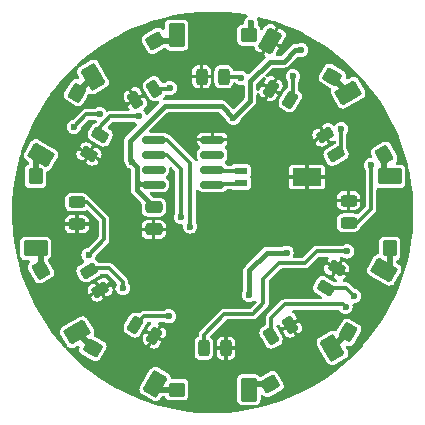
<source format=gbr>
%TF.GenerationSoftware,KiCad,Pcbnew,8.0.7*%
%TF.CreationDate,2025-01-15T15:57:44+02:00*%
%TF.ProjectId,LumiTimeV2,4c756d69-5469-46d6-9556-322e6b696361,rev?*%
%TF.SameCoordinates,Original*%
%TF.FileFunction,Copper,L1,Top*%
%TF.FilePolarity,Positive*%
%FSLAX46Y46*%
G04 Gerber Fmt 4.6, Leading zero omitted, Abs format (unit mm)*
G04 Created by KiCad (PCBNEW 8.0.7) date 2025-01-15 15:57:44*
%MOMM*%
%LPD*%
G01*
G04 APERTURE LIST*
G04 Aperture macros list*
%AMRoundRect*
0 Rectangle with rounded corners*
0 $1 Rounding radius*
0 $2 $3 $4 $5 $6 $7 $8 $9 X,Y pos of 4 corners*
0 Add a 4 corners polygon primitive as box body*
4,1,4,$2,$3,$4,$5,$6,$7,$8,$9,$2,$3,0*
0 Add four circle primitives for the rounded corners*
1,1,$1+$1,$2,$3*
1,1,$1+$1,$4,$5*
1,1,$1+$1,$6,$7*
1,1,$1+$1,$8,$9*
0 Add four rect primitives between the rounded corners*
20,1,$1+$1,$2,$3,$4,$5,0*
20,1,$1+$1,$4,$5,$6,$7,0*
20,1,$1+$1,$6,$7,$8,$9,0*
20,1,$1+$1,$8,$9,$2,$3,0*%
G04 Aperture macros list end*
%TA.AperFunction,SMDPad,CuDef*%
%ADD10RoundRect,0.175000X0.525000X0.825000X-0.525000X0.825000X-0.525000X-0.825000X0.525000X-0.825000X0*%
%TD*%
%TA.AperFunction,SMDPad,CuDef*%
%ADD11RoundRect,0.150000X0.525000X0.450000X-0.525000X0.450000X-0.525000X-0.450000X0.525000X-0.450000X0*%
%TD*%
%TA.AperFunction,SMDPad,CuDef*%
%ADD12RoundRect,0.243750X-0.516999X-0.017031X-0.273249X-0.439219X0.516999X0.017031X0.273249X0.439219X0*%
%TD*%
%TA.AperFunction,SMDPad,CuDef*%
%ADD13RoundRect,0.150000X0.825000X0.150000X-0.825000X0.150000X-0.825000X-0.150000X0.825000X-0.150000X0*%
%TD*%
%TA.AperFunction,SMDPad,CuDef*%
%ADD14RoundRect,0.243750X-0.017031X0.516999X-0.439219X0.273249X0.017031X-0.516999X0.439219X-0.273249X0*%
%TD*%
%TA.AperFunction,SMDPad,CuDef*%
%ADD15RoundRect,0.243750X-0.439219X-0.273249X-0.017031X-0.516999X0.439219X0.273249X0.017031X0.516999X0*%
%TD*%
%TA.AperFunction,SMDPad,CuDef*%
%ADD16RoundRect,0.168750X0.854050X0.466759X-0.022800X0.973009X-0.854050X-0.466759X0.022800X-0.973009X0*%
%TD*%
%TA.AperFunction,SMDPad,CuDef*%
%ADD17RoundRect,0.150000X0.701314X0.114711X-0.251314X0.664711X-0.701314X-0.114711X0.251314X-0.664711X0*%
%TD*%
%TA.AperFunction,SMDPad,CuDef*%
%ADD18RoundRect,0.175000X-0.976971X0.042163X-0.451971X-0.867163X0.976971X-0.042163X0.451971X0.867163X0*%
%TD*%
%TA.AperFunction,SMDPad,CuDef*%
%ADD19RoundRect,0.150000X-0.664711X0.251314X-0.114711X-0.701314X0.664711X-0.251314X0.114711X0.701314X0*%
%TD*%
%TA.AperFunction,SMDPad,CuDef*%
%ADD20RoundRect,0.175000X-0.867163X-0.451971X0.042163X-0.976971X0.867163X0.451971X-0.042163X0.976971X0*%
%TD*%
%TA.AperFunction,SMDPad,CuDef*%
%ADD21RoundRect,0.150000X-0.701314X-0.114711X0.251314X-0.664711X0.701314X0.114711X-0.251314X0.664711X0*%
%TD*%
%TA.AperFunction,SMDPad,CuDef*%
%ADD22RoundRect,0.243750X-0.456250X0.243750X-0.456250X-0.243750X0.456250X-0.243750X0.456250X0.243750X0*%
%TD*%
%TA.AperFunction,SMDPad,CuDef*%
%ADD23RoundRect,0.243750X0.273249X-0.439219X0.516999X-0.017031X-0.273249X0.439219X-0.516999X0.017031X0*%
%TD*%
%TA.AperFunction,SMDPad,CuDef*%
%ADD24RoundRect,0.243750X0.516999X0.017031X0.273249X0.439219X-0.516999X-0.017031X-0.273249X-0.439219X0*%
%TD*%
%TA.AperFunction,SMDPad,CuDef*%
%ADD25RoundRect,0.175000X0.825000X-0.525000X0.825000X0.525000X-0.825000X0.525000X-0.825000X-0.525000X0*%
%TD*%
%TA.AperFunction,SMDPad,CuDef*%
%ADD26RoundRect,0.150000X0.450000X-0.550000X0.450000X0.550000X-0.450000X0.550000X-0.450000X-0.550000X0*%
%TD*%
%TA.AperFunction,SMDPad,CuDef*%
%ADD27RoundRect,0.243750X-0.273249X0.439219X-0.516999X0.017031X0.273249X-0.439219X0.516999X-0.017031X0*%
%TD*%
%TA.AperFunction,SMDPad,CuDef*%
%ADD28RoundRect,0.243750X0.439219X0.273249X0.017031X0.516999X-0.439219X-0.273249X-0.017031X-0.516999X0*%
%TD*%
%TA.AperFunction,SMDPad,CuDef*%
%ADD29RoundRect,0.175000X0.976971X-0.042163X0.451971X0.867163X-0.976971X0.042163X-0.451971X-0.867163X0*%
%TD*%
%TA.AperFunction,SMDPad,CuDef*%
%ADD30RoundRect,0.150000X0.664711X-0.251314X0.114711X0.701314X-0.664711X0.251314X-0.114711X-0.701314X0*%
%TD*%
%TA.AperFunction,SMDPad,CuDef*%
%ADD31R,2.400000X1.500000*%
%TD*%
%TA.AperFunction,SMDPad,CuDef*%
%ADD32R,1.100000X0.600000*%
%TD*%
%TA.AperFunction,SMDPad,CuDef*%
%ADD33RoundRect,0.250000X-0.475000X0.250000X-0.475000X-0.250000X0.475000X-0.250000X0.475000X0.250000X0*%
%TD*%
%TA.AperFunction,SMDPad,CuDef*%
%ADD34RoundRect,0.243750X-0.243750X-0.456250X0.243750X-0.456250X0.243750X0.456250X-0.243750X0.456250X0*%
%TD*%
%TA.AperFunction,SMDPad,CuDef*%
%ADD35RoundRect,0.243750X0.017031X-0.516999X0.439219X-0.273249X-0.017031X0.516999X-0.439219X0.273249X0*%
%TD*%
%TA.AperFunction,SMDPad,CuDef*%
%ADD36RoundRect,0.175000X-0.451971X0.867163X-0.976971X-0.042163X0.451971X-0.867163X0.976971X0.042163X0*%
%TD*%
%TA.AperFunction,SMDPad,CuDef*%
%ADD37RoundRect,0.150000X-0.114711X0.701314X-0.664711X-0.251314X0.114711X-0.701314X0.664711X0.251314X0*%
%TD*%
%TA.AperFunction,SMDPad,CuDef*%
%ADD38RoundRect,0.150000X0.114711X-0.701314X0.664711X0.251314X-0.114711X0.701314X-0.664711X-0.251314X0*%
%TD*%
%TA.AperFunction,SMDPad,CuDef*%
%ADD39RoundRect,0.175000X0.451971X-0.867163X0.976971X0.042163X-0.451971X0.867163X-0.976971X-0.042163X0*%
%TD*%
%TA.AperFunction,SMDPad,CuDef*%
%ADD40RoundRect,0.175000X-0.042163X-0.976971X0.867163X-0.451971X0.042163X0.976971X-0.867163X0.451971X0*%
%TD*%
%TA.AperFunction,SMDPad,CuDef*%
%ADD41RoundRect,0.150000X-0.251314X-0.664711X0.701314X-0.114711X0.251314X0.664711X-0.701314X0.114711X0*%
%TD*%
%TA.AperFunction,SMDPad,CuDef*%
%ADD42RoundRect,0.175000X0.042163X0.976971X-0.867163X0.451971X-0.042163X-0.976971X0.867163X-0.451971X0*%
%TD*%
%TA.AperFunction,SMDPad,CuDef*%
%ADD43RoundRect,0.150000X0.251314X0.664711X-0.701314X0.114711X-0.251314X-0.664711X0.701314X-0.114711X0*%
%TD*%
%TA.AperFunction,SMDPad,CuDef*%
%ADD44RoundRect,0.175000X-0.825000X0.525000X-0.825000X-0.525000X0.825000X-0.525000X0.825000X0.525000X0*%
%TD*%
%TA.AperFunction,SMDPad,CuDef*%
%ADD45RoundRect,0.150000X-0.450000X0.550000X-0.450000X-0.550000X0.450000X-0.550000X0.450000X0.550000X0*%
%TD*%
%TA.AperFunction,SMDPad,CuDef*%
%ADD46RoundRect,0.175000X-0.525000X-0.825000X0.525000X-0.825000X0.525000X0.825000X-0.525000X0.825000X0*%
%TD*%
%TA.AperFunction,SMDPad,CuDef*%
%ADD47RoundRect,0.150000X-0.550000X-0.450000X0.550000X-0.450000X0.550000X0.450000X-0.550000X0.450000X0*%
%TD*%
%TA.AperFunction,SMDPad,CuDef*%
%ADD48RoundRect,0.243750X0.243750X0.456250X-0.243750X0.456250X-0.243750X-0.456250X0.243750X-0.456250X0*%
%TD*%
%TA.AperFunction,SMDPad,CuDef*%
%ADD49RoundRect,0.243750X0.456250X-0.243750X0.456250X0.243750X-0.456250X0.243750X-0.456250X-0.243750X0*%
%TD*%
%TA.AperFunction,ViaPad*%
%ADD50C,0.600000*%
%TD*%
%TA.AperFunction,Conductor*%
%ADD51C,0.300000*%
%TD*%
%TA.AperFunction,Conductor*%
%ADD52C,0.400000*%
%TD*%
%TA.AperFunction,Conductor*%
%ADD53C,0.500000*%
%TD*%
G04 APERTURE END LIST*
D10*
%TO.P,PV12,1,K*%
%TO.N,Net-(PV11-A)*%
X146950000Y-85000000D03*
D11*
%TO.P,PV12,2,A*%
%TO.N,Net-(D13-K)*%
X153050000Y-85000000D03*
%TD*%
D12*
%TO.P,D2,1,K*%
%TO.N,GND*%
X159500000Y-93438101D03*
%TO.P,D2,2,A*%
%TO.N,Net-(D2-A)*%
X160437500Y-95061899D03*
%TD*%
D13*
%TO.P,U2,1,OSCI*%
%TO.N,Net-(U2-OSCI)*%
X149975000Y-97655000D03*
%TO.P,U2,2,OSCO*%
%TO.N,Net-(U2-OSCO)*%
X149975000Y-96385000D03*
%TO.P,U2,3,~{INT}*%
%TO.N,unconnected-(U2-~{INT}-Pad3)*%
X149975000Y-95115000D03*
%TO.P,U2,4,VSS*%
%TO.N,GND*%
X149975000Y-93845000D03*
%TO.P,U2,5,SDA*%
%TO.N,/SDA*%
X145025000Y-93845000D03*
%TO.P,U2,6,SCL*%
%TO.N,/SCL*%
X145025000Y-95115000D03*
%TO.P,U2,7,CLKO*%
%TO.N,unconnected-(U2-CLKO-Pad7)*%
X145025000Y-96385000D03*
%TO.P,U2,8,VDD*%
%TO.N,+3V7*%
X145025000Y-97655000D03*
%TD*%
D14*
%TO.P,D5,1,K*%
%TO.N,GND*%
X156561899Y-109531250D03*
%TO.P,D5,2,A*%
%TO.N,Net-(D5-A)*%
X154938101Y-110468750D03*
%TD*%
D15*
%TO.P,D1,1,K*%
%TO.N,GND*%
X154938101Y-89531250D03*
%TO.P,D1,2,A*%
%TO.N,Net-(D1-A)*%
X156561899Y-90468750D03*
%TD*%
D16*
%TO.P,PV1,1,K*%
%TO.N,GND*%
X154858622Y-85474999D03*
D17*
%TO.P,PV1,2,A*%
%TO.N,Net-(PV1-A)*%
X160141378Y-88525001D03*
%TD*%
D18*
%TO.P,PV8,1,K*%
%TO.N,Net-(PV7-A)*%
X138524999Y-110141377D03*
D19*
%TO.P,PV8,2,A*%
%TO.N,Net-(PV8-A)*%
X135475001Y-104858623D03*
%TD*%
D20*
%TO.P,PV7,1,K*%
%TO.N,Net-(PV6-A)*%
X145141377Y-114525000D03*
D21*
%TO.P,PV7,2,A*%
%TO.N,Net-(PV7-A)*%
X139858623Y-111475000D03*
%TD*%
D22*
%TO.P,D3,1,K*%
%TO.N,GND*%
X161500000Y-99000000D03*
%TO.P,D3,2,A*%
%TO.N,Net-(D3-A)*%
X161500000Y-100875000D03*
%TD*%
D23*
%TO.P,D10,1,K*%
%TO.N,GND*%
X139531250Y-95061899D03*
%TO.P,D10,2,A*%
%TO.N,Net-(D10-A)*%
X140468750Y-93438101D03*
%TD*%
D24*
%TO.P,D8,1,K*%
%TO.N,GND*%
X140468750Y-106561899D03*
%TO.P,D8,2,A*%
%TO.N,Net-(D8-A)*%
X139531250Y-104938101D03*
%TD*%
D25*
%TO.P,PV3,1,K*%
%TO.N,Net-(PV2-A)*%
X165000000Y-96950000D03*
D26*
%TO.P,PV3,2,A*%
%TO.N,Net-(PV3-A)*%
X165000000Y-103050000D03*
%TD*%
D27*
%TO.P,D4,1,K*%
%TO.N,GND*%
X160500000Y-104750000D03*
%TO.P,D4,2,A*%
%TO.N,Net-(D4-A)*%
X159562500Y-106373798D03*
%TD*%
D28*
%TO.P,D7,1,K*%
%TO.N,GND*%
X145061899Y-110468750D03*
%TO.P,D7,2,A*%
%TO.N,Net-(D7-A)*%
X143438101Y-109531250D03*
%TD*%
D29*
%TO.P,PV2,1,K*%
%TO.N,Net-(PV1-A)*%
X161474999Y-89858622D03*
D30*
%TO.P,PV2,2,A*%
%TO.N,Net-(PV2-A)*%
X164525001Y-95141378D03*
%TD*%
D31*
%TO.P,Y1,3,3*%
%TO.N,GND*%
X157975000Y-97000000D03*
D32*
%TO.P,Y1,2,2*%
%TO.N,Net-(U2-OSCO)*%
X152375000Y-96500000D03*
%TO.P,Y1,1,1*%
%TO.N,Net-(U2-OSCI)*%
X152375000Y-97500000D03*
%TD*%
D33*
%TO.P,C5,1*%
%TO.N,+3V7*%
X145000000Y-99550000D03*
%TO.P,C5,2*%
%TO.N,GND*%
X145000000Y-101450000D03*
%TD*%
D34*
%TO.P,D12,1,K*%
%TO.N,GND*%
X149062500Y-88500000D03*
%TO.P,D12,2,A*%
%TO.N,Net-(D12-A)*%
X150937500Y-88500000D03*
%TD*%
D35*
%TO.P,D11,1,K*%
%TO.N,GND*%
X143438101Y-90468750D03*
%TO.P,D11,2,A*%
%TO.N,Net-(D11-A)*%
X145061899Y-89531250D03*
%TD*%
D36*
%TO.P,PV10,1,K*%
%TO.N,Net-(PV10-K)*%
X135475000Y-95141377D03*
D37*
%TO.P,PV10,2,A*%
%TO.N,Net-(PV10-A)*%
X138525000Y-89858623D03*
%TD*%
D38*
%TO.P,PV4,2,A*%
%TO.N,Net-(PV4-A)*%
X161475000Y-110141377D03*
D39*
%TO.P,PV4,1,K*%
%TO.N,Net-(PV3-A)*%
X164525000Y-104858623D03*
%TD*%
D40*
%TO.P,PV5,1,K*%
%TO.N,Net-(PV4-A)*%
X160141377Y-111475000D03*
D41*
%TO.P,PV5,2,A*%
%TO.N,Net-(PV5-A)*%
X154858623Y-114525000D03*
%TD*%
D42*
%TO.P,PV11,1,K*%
%TO.N,Net-(PV10-A)*%
X139858623Y-88525000D03*
D43*
%TO.P,PV11,2,A*%
%TO.N,Net-(PV11-A)*%
X145141377Y-85475000D03*
%TD*%
D44*
%TO.P,PV9,1,K*%
%TO.N,Net-(PV8-A)*%
X135000000Y-103050000D03*
D45*
%TO.P,PV9,2,A*%
%TO.N,Net-(PV10-K)*%
X135000000Y-96950000D03*
%TD*%
D46*
%TO.P,PV6,1,K*%
%TO.N,Net-(PV5-A)*%
X153050000Y-115000000D03*
D47*
%TO.P,PV6,2,A*%
%TO.N,Net-(PV6-A)*%
X146950000Y-115000000D03*
%TD*%
D48*
%TO.P,D6,1,K*%
%TO.N,GND*%
X151125000Y-111500000D03*
%TO.P,D6,2,A*%
%TO.N,Net-(D6-A)*%
X149250000Y-111500000D03*
%TD*%
D49*
%TO.P,D9,1,K*%
%TO.N,GND*%
X138500000Y-101000000D03*
%TO.P,D9,2,A*%
%TO.N,Net-(D9-A)*%
X138500000Y-99125000D03*
%TD*%
D50*
%TO.N,GND*%
X152500000Y-99000000D03*
X138000000Y-102300000D03*
X138400000Y-96200000D03*
X151500000Y-86700000D03*
X163800000Y-92700000D03*
X148800000Y-106100000D03*
X149200000Y-102000000D03*
X153250000Y-110250000D03*
X147750000Y-92000000D03*
X143000000Y-85000000D03*
X158500000Y-108500000D03*
%TO.N,Net-(D1-A)*%
X156800000Y-88487500D03*
%TO.N,Net-(D2-A)*%
X160876672Y-92940832D03*
%TO.N,Net-(D3-A)*%
X163400000Y-96000000D03*
%TO.N,Net-(D4-A)*%
X161980331Y-107080331D03*
%TO.N,Net-(D5-A)*%
X161250000Y-108000000D03*
%TO.N,Net-(D6-A)*%
X161400000Y-103300000D03*
%TO.N,Net-(D7-A)*%
X146300000Y-108800000D03*
%TO.N,Net-(D8-A)*%
X142400000Y-106400000D03*
%TO.N,Net-(D9-A)*%
X139488685Y-103600000D03*
%TO.N,Net-(D10-A)*%
X143761307Y-91881712D03*
%TO.N,Net-(D11-A)*%
X146374171Y-89465168D03*
%TO.N,Net-(D12-A)*%
X152400000Y-88600000D03*
%TO.N,Net-(D13-K)*%
X153250000Y-84000000D03*
%TO.N,+3V7*%
X157500000Y-86250000D03*
X151750000Y-92000000D03*
X156250000Y-103400000D03*
X153100000Y-107000000D03*
X143150000Y-95700000D03*
%TO.N,/But0*%
X138250000Y-92750000D03*
X140444669Y-91694669D03*
%TO.N,/SDA*%
X148100000Y-101200000D03*
%TO.N,/SCL*%
X147300000Y-100400000D03*
%TD*%
D51*
%TO.N,Net-(D5-A)*%
X154938101Y-108961899D02*
X154938101Y-110468750D01*
X161050000Y-107800000D02*
X156100000Y-107800000D01*
X156100000Y-107800000D02*
X154938101Y-108961899D01*
X161250000Y-108000000D02*
X161050000Y-107800000D01*
%TO.N,Net-(U2-OSCO)*%
X150185000Y-96500000D02*
X152375000Y-96500000D01*
X149975000Y-96290000D02*
X150185000Y-96500000D01*
%TO.N,/SDA*%
X145120000Y-93845000D02*
X145025000Y-93750000D01*
X146094999Y-93845000D02*
X145120000Y-93845000D01*
X148100000Y-95850001D02*
X146094999Y-93845000D01*
X148100000Y-101200000D02*
X148100000Y-95850001D01*
%TO.N,/SCL*%
X145120000Y-95115000D02*
X146094999Y-95115000D01*
X146094999Y-95115000D02*
X147300000Y-96320001D01*
X147300000Y-96320001D02*
X147300000Y-100400000D01*
X145025000Y-95020000D02*
X145120000Y-95115000D01*
D52*
%TO.N,+3V7*%
X153200000Y-90550000D02*
X151750000Y-92000000D01*
X153200000Y-88900000D02*
X153200000Y-90550000D01*
X154850000Y-87250000D02*
X153200000Y-88900000D01*
X156000000Y-87250000D02*
X154850000Y-87250000D01*
X157000000Y-86250000D02*
X156000000Y-87250000D01*
X157500000Y-86250000D02*
X157000000Y-86250000D01*
X145947316Y-91000000D02*
X143000000Y-93947316D01*
X150750000Y-91000000D02*
X145947316Y-91000000D01*
X151750000Y-92000000D02*
X150750000Y-91000000D01*
X143000000Y-93947316D02*
X143000000Y-95550000D01*
X154600000Y-103400000D02*
X153100000Y-104900000D01*
X156250000Y-103400000D02*
X154600000Y-103400000D01*
X153100000Y-104900000D02*
X153100000Y-107000000D01*
D51*
%TO.N,Net-(D1-A)*%
X156800000Y-90230649D02*
X156561899Y-90468750D01*
X156800000Y-88487500D02*
X156800000Y-90230649D01*
%TO.N,Net-(D2-A)*%
X160437500Y-95061899D02*
X160876672Y-94622727D01*
X160876672Y-94622727D02*
X160876672Y-92940832D01*
%TO.N,Net-(D3-A)*%
X163400000Y-99700000D02*
X163400000Y-96000000D01*
X161500000Y-100875000D02*
X162225000Y-100875000D01*
X162225000Y-100875000D02*
X163400000Y-99700000D01*
%TO.N,Net-(D4-A)*%
X161980331Y-107080331D02*
X161273798Y-106373798D01*
X161273798Y-106373798D02*
X159562500Y-106373798D01*
%TO.N,Net-(D6-A)*%
X154300000Y-105600000D02*
X154300000Y-107700000D01*
X149250000Y-110350000D02*
X149250000Y-111500000D01*
X161400000Y-103300000D02*
X158800000Y-103300000D01*
X153400000Y-108600000D02*
X151000000Y-108600000D01*
X151000000Y-108600000D02*
X149250000Y-110350000D01*
X155600000Y-104300000D02*
X154300000Y-105600000D01*
X157800000Y-104300000D02*
X155600000Y-104300000D01*
X158800000Y-103300000D02*
X157800000Y-104300000D01*
X154300000Y-107700000D02*
X153400000Y-108600000D01*
%TO.N,Net-(D7-A)*%
X144169351Y-108800000D02*
X143438101Y-109531250D01*
X146300000Y-108800000D02*
X144169351Y-108800000D01*
%TO.N,Net-(D8-A)*%
X142400000Y-105900000D02*
X141250000Y-104750000D01*
X142400000Y-106400000D02*
X142400000Y-105900000D01*
X139719351Y-104750000D02*
X139531250Y-104938101D01*
X139300000Y-104706851D02*
X139531250Y-104938101D01*
X141250000Y-104750000D02*
X139719351Y-104750000D01*
%TO.N,Net-(D9-A)*%
X140800000Y-102288685D02*
X140800000Y-100550000D01*
X139488685Y-103600000D02*
X140800000Y-102288685D01*
X140800000Y-100550000D02*
X139375000Y-99125000D01*
X139375000Y-99125000D02*
X138500000Y-99125000D01*
%TO.N,Net-(D10-A)*%
X140468750Y-92731250D02*
X140468750Y-93438101D01*
X141318288Y-91881712D02*
X140468750Y-92731250D01*
X143761307Y-91881712D02*
X141318288Y-91881712D01*
%TO.N,Net-(D11-A)*%
X146308089Y-89531250D02*
X145061899Y-89531250D01*
X146374171Y-89465168D02*
X146308089Y-89531250D01*
%TO.N,Net-(D12-A)*%
X150937500Y-88500000D02*
X152300000Y-88500000D01*
X152300000Y-88500000D02*
X152400000Y-88600000D01*
D53*
%TO.N,Net-(D13-K)*%
X153250000Y-84000000D02*
X153250000Y-84800000D01*
D51*
X153250000Y-84800000D02*
X153050000Y-85000000D01*
D52*
%TO.N,+3V7*%
X143585211Y-96135211D02*
X143585211Y-97385211D01*
X143760000Y-97560000D02*
X145025000Y-97560000D01*
X144750000Y-99250000D02*
X145000000Y-99250000D01*
X143150000Y-95700000D02*
X143585211Y-96135211D01*
D51*
X143000000Y-95550000D02*
X143150000Y-95700000D01*
D52*
X143585211Y-98085211D02*
X144750000Y-99250000D01*
X143585211Y-97385211D02*
X143760000Y-97560000D01*
X143585211Y-97385211D02*
X143585211Y-98085211D01*
D53*
%TO.N,Net-(PV1-A)*%
X160141378Y-88525001D02*
X161474999Y-89858622D01*
D51*
%TO.N,Net-(PV2-A)*%
X164525001Y-96475001D02*
X165000000Y-96950000D01*
D53*
X164525001Y-95141378D02*
X164525001Y-96475001D01*
%TO.N,Net-(PV3-A)*%
X165000000Y-103050000D02*
X165000000Y-104383623D01*
D51*
X165000000Y-104383623D02*
X164525000Y-104858623D01*
D53*
%TO.N,Net-(PV4-A)*%
X161475000Y-110141377D02*
X160141377Y-111475000D01*
%TO.N,Net-(PV5-A)*%
X154858623Y-114525000D02*
X153525000Y-114525000D01*
D51*
X153525000Y-114525000D02*
X153050000Y-115000000D01*
%TO.N,Net-(PV6-A)*%
X145616377Y-115000000D02*
X145141377Y-114525000D01*
D53*
X146950000Y-115000000D02*
X145616377Y-115000000D01*
%TO.N,Net-(PV7-A)*%
X139858622Y-111475000D02*
X138524999Y-110141377D01*
D51*
X139858623Y-111475000D02*
X139858622Y-111475000D01*
%TO.N,Net-(PV8-A)*%
X135475001Y-103525001D02*
X135000000Y-103050000D01*
D53*
X135475001Y-104858623D02*
X135475001Y-103525001D01*
%TO.N,Net-(PV10-K)*%
X135000000Y-96950000D02*
X135000000Y-95616377D01*
D51*
X135000000Y-95616377D02*
X135475000Y-95141377D01*
D53*
%TO.N,Net-(PV10-A)*%
X138525000Y-89858623D02*
X139858623Y-88525000D01*
D51*
%TO.N,Net-(PV11-A)*%
X146475000Y-85475000D02*
X146950000Y-85000000D01*
D53*
X145141377Y-85475000D02*
X146475000Y-85475000D01*
D51*
%TO.N,/But0*%
X139305331Y-91694669D02*
X140444669Y-91694669D01*
X138250000Y-92750000D02*
X139305331Y-91694669D01*
%TO.N,Net-(U2-OSCI)*%
X152315000Y-97560000D02*
X152375000Y-97500000D01*
X149975000Y-97560000D02*
X152315000Y-97560000D01*
%TD*%
%TA.AperFunction,Conductor*%
%TO.N,GND*%
G36*
X150414369Y-83005638D02*
G01*
X151227782Y-83044982D01*
X151234934Y-83045502D01*
X152045498Y-83124099D01*
X152052605Y-83124962D01*
X152838934Y-83239782D01*
X152909766Y-83270299D01*
X152955851Y-83332144D01*
X152964839Y-83408747D01*
X152934322Y-83479581D01*
X152908109Y-83505427D01*
X152821720Y-83571715D01*
X152821717Y-83571718D01*
X152725463Y-83697159D01*
X152664954Y-83843242D01*
X152648274Y-83969948D01*
X152618759Y-84041205D01*
X152557569Y-84088158D01*
X152500549Y-84099500D01*
X152470724Y-84099500D01*
X152440304Y-84102353D01*
X152312116Y-84147207D01*
X152202851Y-84227848D01*
X152202848Y-84227851D01*
X152122207Y-84337116D01*
X152077353Y-84465304D01*
X152074500Y-84495724D01*
X152074500Y-85504275D01*
X152077353Y-85534695D01*
X152077353Y-85534697D01*
X152077354Y-85534699D01*
X152101268Y-85603042D01*
X152122207Y-85662883D01*
X152202848Y-85772148D01*
X152202851Y-85772151D01*
X152312116Y-85852792D01*
X152312117Y-85852792D01*
X152312118Y-85852793D01*
X152440301Y-85897646D01*
X152470734Y-85900500D01*
X152470741Y-85900500D01*
X153395053Y-85900500D01*
X153469553Y-85920462D01*
X153524091Y-85975000D01*
X153543116Y-86032818D01*
X153546679Y-86064447D01*
X153546680Y-86064449D01*
X153603186Y-86193965D01*
X153603188Y-86193967D01*
X153695356Y-86301069D01*
X153695355Y-86301069D01*
X153721288Y-86319469D01*
X154078717Y-86525830D01*
X154717116Y-85420094D01*
X155063526Y-85420094D01*
X155777996Y-85832594D01*
X156146858Y-85193707D01*
X156160115Y-85164807D01*
X156186384Y-85025965D01*
X156186384Y-85025963D01*
X156170564Y-84885551D01*
X156170563Y-84885548D01*
X156114057Y-84756032D01*
X156114055Y-84756030D01*
X156021887Y-84648928D01*
X156021888Y-84648928D01*
X155995955Y-84630528D01*
X155638525Y-84424166D01*
X155063526Y-85420094D01*
X154717116Y-85420094D01*
X154728718Y-85399999D01*
X155378717Y-84274165D01*
X155029495Y-84072542D01*
X154980903Y-84023950D01*
X154960062Y-84035213D01*
X154897872Y-84036663D01*
X154853546Y-84028277D01*
X154713130Y-84044098D01*
X154583614Y-84100606D01*
X154476509Y-84192775D01*
X154458107Y-84218711D01*
X154295557Y-84500254D01*
X154241019Y-84554791D01*
X154166519Y-84574753D01*
X154092019Y-84554790D01*
X154037482Y-84500252D01*
X154027078Y-84473354D01*
X154025640Y-84473858D01*
X154022646Y-84465301D01*
X153977793Y-84337118D01*
X153897150Y-84227850D01*
X153889255Y-84219955D01*
X153891421Y-84217788D01*
X153854638Y-84171656D01*
X153843149Y-84095388D01*
X153843486Y-84092635D01*
X153844076Y-84088158D01*
X153855682Y-84000000D01*
X153848412Y-83944776D01*
X153835045Y-83843242D01*
X153835044Y-83843240D01*
X153835044Y-83843238D01*
X153774536Y-83697159D01*
X153774534Y-83697156D01*
X153769654Y-83688703D01*
X153771938Y-83687383D01*
X153748176Y-83630014D01*
X153758243Y-83553546D01*
X153805196Y-83492356D01*
X153876453Y-83462841D01*
X153931556Y-83465895D01*
X154462396Y-83596735D01*
X154469317Y-83598619D01*
X154968178Y-83747482D01*
X155033857Y-83787913D01*
X155045838Y-83810086D01*
X155103995Y-83794504D01*
X155146600Y-83800725D01*
X155177971Y-83810086D01*
X155249703Y-83831491D01*
X155256530Y-83833710D01*
X156024717Y-84103999D01*
X156031431Y-84106544D01*
X156785663Y-84413633D01*
X156792261Y-84416507D01*
X157530782Y-84759678D01*
X157537199Y-84762850D01*
X157932352Y-84970243D01*
X158258296Y-85141312D01*
X158264589Y-85144812D01*
X158698476Y-85399999D01*
X158934038Y-85538543D01*
X158966507Y-85557639D01*
X158972622Y-85561436D01*
X159639419Y-85998288D01*
X159653798Y-86007708D01*
X159659722Y-86011796D01*
X160318570Y-86490478D01*
X160324258Y-86494825D01*
X160552684Y-86678282D01*
X160959189Y-87004762D01*
X160964692Y-87009405D01*
X161109658Y-87137833D01*
X161553086Y-87530676D01*
X161574234Y-87549411D01*
X161579497Y-87554306D01*
X162162258Y-88123150D01*
X162167266Y-88128281D01*
X162373467Y-88350000D01*
X162408312Y-88387468D01*
X162444430Y-88455616D01*
X162442471Y-88509639D01*
X162454123Y-88506517D01*
X162528623Y-88526479D01*
X162563231Y-88554046D01*
X162721856Y-88724610D01*
X162726631Y-88730000D01*
X163251749Y-89352410D01*
X163256258Y-89358024D01*
X163662262Y-89889350D01*
X163738945Y-89989704D01*
X163750688Y-90005071D01*
X163754920Y-90010896D01*
X164217533Y-90681105D01*
X164221473Y-90687119D01*
X164591110Y-91282212D01*
X164651153Y-91378877D01*
X164654801Y-91385081D01*
X164843690Y-91724768D01*
X165050554Y-92096780D01*
X165053901Y-92103157D01*
X165414821Y-92833177D01*
X165417855Y-92839707D01*
X165735008Y-93567773D01*
X165743070Y-93586279D01*
X165745782Y-93592941D01*
X165763630Y-93640002D01*
X166034550Y-94354361D01*
X166036940Y-94361153D01*
X166288588Y-95135645D01*
X166290647Y-95142546D01*
X166504574Y-95928261D01*
X166506298Y-95935252D01*
X166564395Y-96198148D01*
X166561134Y-96271683D01*
X166569245Y-96278218D01*
X166594404Y-96333938D01*
X166682026Y-96730435D01*
X166683409Y-96737502D01*
X166820505Y-97540195D01*
X166821546Y-97547320D01*
X166919705Y-98355736D01*
X166920400Y-98362903D01*
X166979388Y-99175123D01*
X166979735Y-99182316D01*
X166999412Y-99996400D01*
X166999412Y-100003600D01*
X166979735Y-100817683D01*
X166979388Y-100824876D01*
X166920400Y-101637096D01*
X166919705Y-101644263D01*
X166821546Y-102452679D01*
X166820505Y-102459804D01*
X166683409Y-103262497D01*
X166682026Y-103269564D01*
X166506298Y-104064747D01*
X166504574Y-104071738D01*
X166290647Y-104857453D01*
X166288588Y-104864353D01*
X166263812Y-104940606D01*
X166221806Y-105005291D01*
X166169644Y-105031869D01*
X166179214Y-105041439D01*
X166199176Y-105115939D01*
X166191883Y-105161983D01*
X166036940Y-105638846D01*
X166034550Y-105645638D01*
X165745785Y-106407051D01*
X165743070Y-106413720D01*
X165417855Y-107160292D01*
X165414821Y-107166822D01*
X165053901Y-107896842D01*
X165050554Y-107903219D01*
X164654803Y-108614916D01*
X164651153Y-108621122D01*
X164221480Y-109312870D01*
X164217533Y-109318894D01*
X163754920Y-109989103D01*
X163750688Y-109994928D01*
X163256258Y-110641975D01*
X163251749Y-110647589D01*
X162726631Y-111269999D01*
X162721856Y-111275389D01*
X162167277Y-111871707D01*
X162162247Y-111876860D01*
X161593543Y-112431983D01*
X161526287Y-112469737D01*
X161491999Y-112469322D01*
X161476584Y-112526855D01*
X161446351Y-112563883D01*
X160964692Y-112990594D01*
X160959189Y-112995237D01*
X160324275Y-113505161D01*
X160318553Y-113509534D01*
X159659724Y-113988201D01*
X159653798Y-113992291D01*
X158972624Y-114438561D01*
X158966507Y-114442360D01*
X158264589Y-114855187D01*
X158258296Y-114858687D01*
X157537218Y-115237139D01*
X157530763Y-115240330D01*
X156792265Y-115583490D01*
X156785663Y-115586366D01*
X156031450Y-115893447D01*
X156024717Y-115896000D01*
X155256530Y-116166289D01*
X155249682Y-116168515D01*
X154469330Y-116401376D01*
X154462382Y-116403267D01*
X153792445Y-116568392D01*
X153753499Y-116567607D01*
X153706223Y-116589643D01*
X153671705Y-116598151D01*
X153664692Y-116599701D01*
X152865514Y-116756160D01*
X152858416Y-116757372D01*
X152052628Y-116875034D01*
X152045479Y-116875902D01*
X151234947Y-116954496D01*
X151227766Y-116955018D01*
X150414369Y-116994362D01*
X150407170Y-116994536D01*
X149592830Y-116994536D01*
X149585631Y-116994362D01*
X148772233Y-116955018D01*
X148765052Y-116954496D01*
X147954520Y-116875902D01*
X147947371Y-116875034D01*
X147141583Y-116757372D01*
X147134485Y-116756160D01*
X146335307Y-116599701D01*
X146328276Y-116598147D01*
X145537617Y-116403267D01*
X145530669Y-116401376D01*
X145086737Y-116268904D01*
X145021056Y-116228472D01*
X144987319Y-116166036D01*
X144968439Y-116184917D01*
X144893939Y-116204879D01*
X144851334Y-116198658D01*
X144750318Y-116168515D01*
X144743469Y-116166289D01*
X143975282Y-115896000D01*
X143968549Y-115893447D01*
X143214336Y-115586366D01*
X143207734Y-115583490D01*
X142469236Y-115240330D01*
X142462781Y-115237139D01*
X141945286Y-114965536D01*
X143793960Y-114965536D01*
X143793960Y-114965541D01*
X143810192Y-115101303D01*
X143810193Y-115101305D01*
X143864017Y-115226998D01*
X143864018Y-115227000D01*
X143951071Y-115332434D01*
X143951073Y-115332436D01*
X143997059Y-115366015D01*
X143997064Y-115366018D01*
X143997072Y-115366024D01*
X144968439Y-115926841D01*
X145022977Y-115981379D01*
X145032018Y-116015123D01*
X145094852Y-115981172D01*
X145154048Y-115979188D01*
X145172108Y-115982225D01*
X145307874Y-115965992D01*
X145433568Y-115912167D01*
X145539006Y-115825110D01*
X145572593Y-115779112D01*
X145639698Y-115662883D01*
X145661570Y-115625000D01*
X145716108Y-115570462D01*
X145790608Y-115550500D01*
X145852161Y-115550500D01*
X145926661Y-115570462D01*
X145981199Y-115625000D01*
X145992799Y-115650286D01*
X145997207Y-115662882D01*
X146077848Y-115772148D01*
X146077851Y-115772151D01*
X146187116Y-115852792D01*
X146187117Y-115852792D01*
X146187118Y-115852793D01*
X146315301Y-115897646D01*
X146345734Y-115900500D01*
X146345741Y-115900500D01*
X147554259Y-115900500D01*
X147554266Y-115900500D01*
X147584699Y-115897646D01*
X147712882Y-115852793D01*
X147822150Y-115772150D01*
X147902793Y-115662882D01*
X147947646Y-115534699D01*
X147950500Y-115504266D01*
X147950500Y-114495734D01*
X147947646Y-114465301D01*
X147902793Y-114337118D01*
X147822150Y-114227850D01*
X147822148Y-114227848D01*
X147712883Y-114147207D01*
X147662339Y-114129521D01*
X152049500Y-114129521D01*
X152049500Y-115870479D01*
X152051969Y-115893447D01*
X152055588Y-115927114D01*
X152055588Y-115927116D01*
X152055589Y-115927117D01*
X152055589Y-115927119D01*
X152088414Y-116015123D01*
X152103372Y-116055226D01*
X152185313Y-116164687D01*
X152294774Y-116246628D01*
X152422886Y-116294412D01*
X152479515Y-116300500D01*
X153620484Y-116300499D01*
X153654641Y-116296827D01*
X153678558Y-116300557D01*
X153704716Y-116284117D01*
X153717519Y-116279341D01*
X153805226Y-116246628D01*
X153914687Y-116164687D01*
X153996628Y-116055226D01*
X154044412Y-115927114D01*
X154050500Y-115870485D01*
X154050499Y-115629687D01*
X154070461Y-115555190D01*
X154124998Y-115500652D01*
X154199498Y-115480689D01*
X154273998Y-115500651D01*
X154296690Y-115516752D01*
X154364917Y-115575466D01*
X154364921Y-115575469D01*
X154489393Y-115629777D01*
X154512358Y-115632364D01*
X154624344Y-115644981D01*
X154757781Y-115619734D01*
X154757782Y-115619733D01*
X154757784Y-115619733D01*
X154785552Y-115606994D01*
X154785551Y-115606994D01*
X154785563Y-115606989D01*
X155832183Y-115002723D01*
X155857111Y-114985035D01*
X155945695Y-114882099D01*
X156000002Y-114757627D01*
X156015207Y-114622676D01*
X155989959Y-114489240D01*
X155978979Y-114465304D01*
X155977216Y-114461461D01*
X155965131Y-114440530D01*
X155472948Y-113588043D01*
X155455260Y-113563114D01*
X155352325Y-113474531D01*
X155352324Y-113474530D01*
X155227852Y-113420222D01*
X155092905Y-113405019D01*
X155092903Y-113405019D01*
X155092902Y-113405019D01*
X155066214Y-113410068D01*
X154959461Y-113430266D01*
X154931693Y-113443005D01*
X154131066Y-113905247D01*
X154056566Y-113925209D01*
X153982066Y-113905247D01*
X153937286Y-113865502D01*
X153914688Y-113835315D01*
X153914687Y-113835313D01*
X153805226Y-113753372D01*
X153784793Y-113745751D01*
X153677113Y-113705587D01*
X153620499Y-113699501D01*
X153620490Y-113699500D01*
X153620485Y-113699500D01*
X153620478Y-113699500D01*
X152479520Y-113699500D01*
X152451201Y-113702544D01*
X152422886Y-113705588D01*
X152422883Y-113705588D01*
X152422882Y-113705589D01*
X152422880Y-113705589D01*
X152294776Y-113753371D01*
X152294772Y-113753373D01*
X152185313Y-113835313D01*
X152103373Y-113944772D01*
X152103371Y-113944776D01*
X152055587Y-114072886D01*
X152049501Y-114129500D01*
X152049500Y-114129521D01*
X147662339Y-114129521D01*
X147653042Y-114126268D01*
X147584699Y-114102354D01*
X147584697Y-114102353D01*
X147584695Y-114102353D01*
X147554275Y-114099500D01*
X147554266Y-114099500D01*
X146622838Y-114099500D01*
X146548338Y-114079538D01*
X146493800Y-114025000D01*
X146474892Y-113968189D01*
X146472561Y-113948696D01*
X146472561Y-113948695D01*
X146418736Y-113823001D01*
X146418735Y-113822999D01*
X146331682Y-113717565D01*
X146331680Y-113717563D01*
X146285694Y-113683984D01*
X146285685Y-113683978D01*
X146285682Y-113683976D01*
X146285672Y-113683970D01*
X145297579Y-113113496D01*
X145297571Y-113113492D01*
X145245488Y-113090450D01*
X145245484Y-113090448D01*
X145137902Y-113072358D01*
X145110646Y-113067775D01*
X145110645Y-113067775D01*
X144974881Y-113084007D01*
X144974879Y-113084008D01*
X144849187Y-113137831D01*
X144743745Y-113224892D01*
X144710169Y-113270875D01*
X144710154Y-113270897D01*
X143839679Y-114778608D01*
X143816633Y-114830700D01*
X143793960Y-114965536D01*
X141945286Y-114965536D01*
X141741703Y-114858687D01*
X141735410Y-114855187D01*
X141033492Y-114442360D01*
X141027375Y-114438561D01*
X140346201Y-113992291D01*
X140340275Y-113988201D01*
X140017062Y-113753373D01*
X139681435Y-113509526D01*
X139675735Y-113505169D01*
X139218358Y-113137833D01*
X139040810Y-112995237D01*
X139035307Y-112990594D01*
X138511853Y-112526855D01*
X138425757Y-112450581D01*
X138420492Y-112445684D01*
X138411479Y-112436886D01*
X137837740Y-111876848D01*
X137832734Y-111871719D01*
X137647312Y-111672343D01*
X137591690Y-111612534D01*
X137555572Y-111544385D01*
X137557531Y-111490353D01*
X137545872Y-111493478D01*
X137471372Y-111473516D01*
X137436766Y-111445950D01*
X137299134Y-111297960D01*
X137278143Y-111275389D01*
X137273368Y-111269999D01*
X136748250Y-110647589D01*
X136743741Y-110641975D01*
X136407037Y-110201340D01*
X136337733Y-110110643D01*
X137067774Y-110110643D01*
X137067774Y-110110648D01*
X137090448Y-110245487D01*
X137113487Y-110297567D01*
X137674910Y-111269978D01*
X137694872Y-111344478D01*
X137688940Y-111366615D01*
X137744553Y-111368632D01*
X137795663Y-111396164D01*
X137823000Y-111418736D01*
X137948694Y-111472561D01*
X138084460Y-111488794D01*
X138219301Y-111466120D01*
X138271387Y-111443078D01*
X138501094Y-111310456D01*
X138575594Y-111290493D01*
X138650094Y-111310455D01*
X138704632Y-111364992D01*
X138724595Y-111439492D01*
X138721997Y-111467194D01*
X138702039Y-111572671D01*
X138702039Y-111572677D01*
X138717243Y-111707627D01*
X138717244Y-111707628D01*
X138771550Y-111832098D01*
X138771551Y-111832099D01*
X138860135Y-111935035D01*
X138885063Y-111952723D01*
X139931683Y-112556989D01*
X139931689Y-112556991D01*
X139931693Y-112556994D01*
X139959461Y-112569733D01*
X139959464Y-112569733D01*
X139959465Y-112569734D01*
X140092902Y-112594981D01*
X140227852Y-112579777D01*
X140352325Y-112525469D01*
X140455260Y-112436886D01*
X140472948Y-112411957D01*
X140977214Y-111538543D01*
X140989959Y-111510760D01*
X141009067Y-111409774D01*
X144691803Y-111409774D01*
X144809864Y-111477936D01*
X144890779Y-111512537D01*
X145038620Y-111534574D01*
X145186924Y-111515908D01*
X145186926Y-111515908D01*
X145324692Y-111457922D01*
X145441705Y-111364918D01*
X145441705Y-111364917D01*
X145494480Y-111294496D01*
X145663850Y-111001136D01*
X148462000Y-111001136D01*
X148462000Y-111998863D01*
X148472502Y-112086321D01*
X148527388Y-112225498D01*
X148527389Y-112225500D01*
X148617516Y-112344352D01*
X148617789Y-112344711D01*
X148737000Y-112435111D01*
X148806589Y-112462554D01*
X148876178Y-112489997D01*
X148892595Y-112491968D01*
X148963640Y-112500500D01*
X148963641Y-112500500D01*
X149536359Y-112500500D01*
X149536360Y-112500500D01*
X149623821Y-112489997D01*
X149763000Y-112435111D01*
X149882211Y-112344711D01*
X149972611Y-112225500D01*
X150027497Y-112086321D01*
X150038000Y-111998860D01*
X150038000Y-111998818D01*
X150337500Y-111998818D01*
X150347993Y-112086197D01*
X150347994Y-112086199D01*
X150402828Y-112225251D01*
X150402828Y-112225252D01*
X150493144Y-112344352D01*
X150493147Y-112344355D01*
X150612248Y-112434671D01*
X150751300Y-112489505D01*
X150751302Y-112489506D01*
X150838681Y-112499999D01*
X150838683Y-112500000D01*
X150975000Y-112500000D01*
X151275000Y-112500000D01*
X151411317Y-112500000D01*
X151411318Y-112499999D01*
X151498697Y-112489506D01*
X151498699Y-112489505D01*
X151637751Y-112434671D01*
X151637752Y-112434671D01*
X151756852Y-112344355D01*
X151756855Y-112344352D01*
X151847171Y-112225252D01*
X151847171Y-112225251D01*
X151902005Y-112086199D01*
X151902006Y-112086197D01*
X151912499Y-111998818D01*
X151912500Y-111998816D01*
X151912500Y-111650000D01*
X151275000Y-111650000D01*
X151275000Y-112500000D01*
X150975000Y-112500000D01*
X150975000Y-111650000D01*
X150337500Y-111650000D01*
X150337500Y-111998818D01*
X150038000Y-111998818D01*
X150038000Y-111001181D01*
X150337500Y-111001181D01*
X150337500Y-111350000D01*
X150975000Y-111350000D01*
X151275000Y-111350000D01*
X151912500Y-111350000D01*
X151912500Y-111001183D01*
X151912499Y-111001181D01*
X151902006Y-110913802D01*
X151902005Y-110913800D01*
X151847171Y-110774748D01*
X151847171Y-110774747D01*
X151756855Y-110655647D01*
X151756852Y-110655644D01*
X151637751Y-110565328D01*
X151498699Y-110510494D01*
X151498697Y-110510493D01*
X151411318Y-110500000D01*
X151275000Y-110500000D01*
X151275000Y-111350000D01*
X150975000Y-111350000D01*
X150975000Y-110500000D01*
X150838681Y-110500000D01*
X150751302Y-110510493D01*
X150751300Y-110510494D01*
X150612248Y-110565328D01*
X150612247Y-110565328D01*
X150493147Y-110655644D01*
X150493144Y-110655647D01*
X150402828Y-110774747D01*
X150402828Y-110774748D01*
X150347994Y-110913800D01*
X150347993Y-110913802D01*
X150337500Y-111001181D01*
X150038000Y-111001181D01*
X150038000Y-111001140D01*
X150027497Y-110913679D01*
X150015866Y-110884186D01*
X150000054Y-110844089D01*
X149972611Y-110774500D01*
X149896138Y-110673654D01*
X149882212Y-110655290D01*
X149882211Y-110655289D01*
X149868425Y-110644835D01*
X149847525Y-110628986D01*
X149800226Y-110568067D01*
X149789723Y-110491657D01*
X149818832Y-110420233D01*
X149832190Y-110404912D01*
X150035347Y-110201755D01*
X153949552Y-110201755D01*
X153971606Y-110349723D01*
X153971608Y-110349731D01*
X154006241Y-110430722D01*
X154146498Y-110673654D01*
X154505103Y-111294775D01*
X154557723Y-111364992D01*
X154557930Y-111365268D01*
X154675048Y-111458354D01*
X154675052Y-111458357D01*
X154812946Y-111516397D01*
X154961385Y-111535080D01*
X155109361Y-111513023D01*
X155190356Y-111478388D01*
X155686346Y-111192028D01*
X155756838Y-111139202D01*
X155840090Y-111034458D01*
X158793960Y-111034458D01*
X158793960Y-111034463D01*
X158816634Y-111169303D01*
X158839673Y-111221383D01*
X159042492Y-111572676D01*
X159614766Y-112563883D01*
X159710164Y-112729116D01*
X159743747Y-112775109D01*
X159743748Y-112775110D01*
X159849186Y-112862167D01*
X159974880Y-112915992D01*
X160110646Y-112932225D01*
X160245486Y-112909551D01*
X160297572Y-112886509D01*
X161273046Y-112323316D01*
X161345792Y-112303824D01*
X161346019Y-112285059D01*
X161374566Y-112230495D01*
X161418736Y-112176999D01*
X161472561Y-112051305D01*
X161488794Y-111915539D01*
X161466120Y-111780698D01*
X161443078Y-111728612D01*
X161310455Y-111498904D01*
X161290494Y-111424405D01*
X161310456Y-111349905D01*
X161364994Y-111295367D01*
X161439494Y-111275405D01*
X161467195Y-111278003D01*
X161514943Y-111287037D01*
X161572676Y-111297961D01*
X161707627Y-111282756D01*
X161832099Y-111228449D01*
X161935035Y-111139865D01*
X161952723Y-111114937D01*
X162556989Y-110068317D01*
X162569734Y-110040535D01*
X162594981Y-109907098D01*
X162579777Y-109772148D01*
X162568138Y-109745472D01*
X162525469Y-109647675D01*
X162436888Y-109544742D01*
X162436886Y-109544740D01*
X162411957Y-109527052D01*
X162411952Y-109527049D01*
X162411951Y-109527048D01*
X161538538Y-109022783D01*
X161510761Y-109010041D01*
X161510754Y-109010039D01*
X161377325Y-108984793D01*
X161377324Y-108984793D01*
X161364916Y-108986191D01*
X161242372Y-108999997D01*
X161242371Y-108999998D01*
X161117901Y-109054304D01*
X161014964Y-109142889D01*
X160997277Y-109167816D01*
X160525778Y-109984476D01*
X160471240Y-110039014D01*
X160396740Y-110058976D01*
X160338088Y-110046946D01*
X160307874Y-110034008D01*
X160307873Y-110034007D01*
X160307872Y-110034007D01*
X160172110Y-110017775D01*
X160172105Y-110017775D01*
X160037266Y-110040449D01*
X159985186Y-110063488D01*
X158997070Y-110633979D01*
X158951077Y-110667560D01*
X158951069Y-110667568D01*
X158864018Y-110772999D01*
X158864017Y-110773001D01*
X158810193Y-110898694D01*
X158793960Y-111034458D01*
X155840090Y-111034458D01*
X155849928Y-111022080D01*
X155907967Y-110884186D01*
X155926650Y-110735746D01*
X155904594Y-110587770D01*
X155869959Y-110506775D01*
X155609070Y-110054903D01*
X155954904Y-110054903D01*
X156129317Y-110356996D01*
X156182092Y-110427417D01*
X156182092Y-110427418D01*
X156299105Y-110520422D01*
X156436872Y-110578408D01*
X156585177Y-110597074D01*
X156733018Y-110575037D01*
X156813937Y-110540435D01*
X156931993Y-110472275D01*
X156931993Y-110472274D01*
X156506994Y-109736154D01*
X155954904Y-110054903D01*
X155609070Y-110054903D01*
X155429424Y-109743747D01*
X155408563Y-109707614D01*
X155388601Y-109633114D01*
X155388601Y-109630114D01*
X155408563Y-109555614D01*
X155463101Y-109501076D01*
X155537601Y-109481114D01*
X155612101Y-109501076D01*
X155666639Y-109555614D01*
X155804903Y-109795095D01*
X156166803Y-109586153D01*
X156766803Y-109586153D01*
X157191801Y-110322273D01*
X157309862Y-110254112D01*
X157380283Y-110201340D01*
X157380288Y-110201335D01*
X157473291Y-110084323D01*
X157531277Y-109946557D01*
X157531277Y-109946555D01*
X157549943Y-109798251D01*
X157527905Y-109650410D01*
X157493304Y-109569490D01*
X157318893Y-109267403D01*
X156766803Y-109586153D01*
X156166803Y-109586153D01*
X156486899Y-109401346D01*
X157168892Y-109007596D01*
X157168892Y-109007595D01*
X156994480Y-108705503D01*
X156941705Y-108635082D01*
X156941705Y-108635081D01*
X156824692Y-108542078D01*
X156812226Y-108536831D01*
X156751305Y-108489531D01*
X156722195Y-108418107D01*
X156732698Y-108341697D01*
X156779998Y-108280776D01*
X156851422Y-108251666D01*
X156870029Y-108250500D01*
X160611823Y-108250500D01*
X160686323Y-108270462D01*
X160730031Y-108308794D01*
X160821718Y-108428282D01*
X160947159Y-108524536D01*
X161093238Y-108585044D01*
X161093241Y-108585044D01*
X161093243Y-108585045D01*
X161093240Y-108585045D01*
X161249997Y-108605682D01*
X161250000Y-108605682D01*
X161250003Y-108605682D01*
X161406757Y-108585045D01*
X161406758Y-108585044D01*
X161406762Y-108585044D01*
X161552841Y-108524536D01*
X161678282Y-108428282D01*
X161774536Y-108302841D01*
X161835044Y-108156762D01*
X161836669Y-108144423D01*
X161855682Y-108000002D01*
X161855682Y-107999997D01*
X161836522Y-107854461D01*
X161846589Y-107777993D01*
X161893542Y-107716803D01*
X161964799Y-107687288D01*
X161976452Y-107686524D01*
X162137088Y-107665376D01*
X162137089Y-107665375D01*
X162137093Y-107665375D01*
X162283172Y-107604867D01*
X162408613Y-107508613D01*
X162504867Y-107383172D01*
X162565375Y-107237093D01*
X162574627Y-107166822D01*
X162586013Y-107080333D01*
X162586013Y-107080328D01*
X162565376Y-106923573D01*
X162565375Y-106923571D01*
X162565375Y-106923569D01*
X162504867Y-106777490D01*
X162408613Y-106652049D01*
X162388806Y-106636850D01*
X162283171Y-106555794D01*
X162165356Y-106506994D01*
X162137093Y-106495287D01*
X162066659Y-106486013D01*
X161995403Y-106456498D01*
X161980751Y-106443648D01*
X161780341Y-106243238D01*
X161550412Y-106013309D01*
X161550409Y-106013307D01*
X161550405Y-106013304D01*
X161447688Y-105954000D01*
X161447686Y-105953999D01*
X161433111Y-105950094D01*
X161416693Y-105945695D01*
X161416692Y-105945694D01*
X161333107Y-105923298D01*
X161150486Y-105923298D01*
X161075986Y-105903336D01*
X161021448Y-105848798D01*
X161001486Y-105774298D01*
X161021448Y-105699798D01*
X161057776Y-105657654D01*
X161170085Y-105568389D01*
X161170090Y-105568384D01*
X161222862Y-105497963D01*
X161291024Y-105379903D01*
X160554903Y-104954904D01*
X160236153Y-105506994D01*
X160475635Y-105645260D01*
X160530173Y-105699798D01*
X160550135Y-105774298D01*
X160530173Y-105848798D01*
X160475635Y-105903336D01*
X160401135Y-105923298D01*
X160398136Y-105923298D01*
X160323636Y-105903336D01*
X160243570Y-105857110D01*
X159524475Y-105441940D01*
X159494198Y-105428993D01*
X159443481Y-105407305D01*
X159443473Y-105407303D01*
X159295505Y-105385249D01*
X159295504Y-105385249D01*
X159274132Y-105387938D01*
X159147066Y-105403931D01*
X159009169Y-105461971D01*
X158892048Y-105555060D01*
X158839222Y-105625552D01*
X158552860Y-106121546D01*
X158518228Y-106202534D01*
X158518227Y-106202538D01*
X158496170Y-106350514D01*
X158513225Y-106486014D01*
X158514853Y-106498952D01*
X158514853Y-106498954D01*
X158572893Y-106636847D01*
X158572895Y-106636850D01*
X158625344Y-106702840D01*
X158665983Y-106753970D01*
X158736475Y-106806796D01*
X159194890Y-107071462D01*
X159249428Y-107126000D01*
X159269390Y-107200500D01*
X159249428Y-107275000D01*
X159194890Y-107329538D01*
X159120390Y-107349500D01*
X156040691Y-107349500D01*
X155926110Y-107380202D01*
X155882695Y-107405267D01*
X155882696Y-107405268D01*
X155823389Y-107439508D01*
X154577609Y-108685288D01*
X154518302Y-108788010D01*
X154518303Y-108788010D01*
X154518302Y-108788012D01*
X154518302Y-108788013D01*
X154515091Y-108799997D01*
X154487601Y-108902588D01*
X154487601Y-109487542D01*
X154467639Y-109562042D01*
X154413102Y-109616579D01*
X154189859Y-109745469D01*
X154189857Y-109745471D01*
X154119363Y-109798298D01*
X154026274Y-109915419D01*
X153968234Y-110053316D01*
X153949552Y-110201755D01*
X150035347Y-110201755D01*
X151142963Y-109094141D01*
X151209758Y-109055577D01*
X151248322Y-109050500D01*
X153459306Y-109050500D01*
X153459309Y-109050500D01*
X153549673Y-109026286D01*
X153573887Y-109019799D01*
X153676614Y-108960489D01*
X154660489Y-107976614D01*
X154719799Y-107873887D01*
X154732600Y-107826113D01*
X154750500Y-107759309D01*
X154750500Y-105848321D01*
X154770462Y-105773821D01*
X154794141Y-105742962D01*
X155742963Y-104794141D01*
X155809758Y-104755577D01*
X155848322Y-104750500D01*
X157859306Y-104750500D01*
X157859309Y-104750500D01*
X157948050Y-104726721D01*
X159434175Y-104726721D01*
X159452841Y-104875025D01*
X159452841Y-104875027D01*
X159510827Y-105012793D01*
X159603831Y-105129806D01*
X159674253Y-105182581D01*
X159976345Y-105356992D01*
X160295094Y-104804903D01*
X160104901Y-104695095D01*
X160704904Y-104695095D01*
X161441024Y-105120094D01*
X161441025Y-105120094D01*
X161509185Y-105002038D01*
X161543787Y-104921119D01*
X161548522Y-104889351D01*
X163067775Y-104889351D01*
X163067775Y-104889356D01*
X163084007Y-105025118D01*
X163084008Y-105025120D01*
X163137831Y-105150812D01*
X163137833Y-105150814D01*
X163214890Y-105244141D01*
X163224892Y-105256254D01*
X163270875Y-105289830D01*
X163270897Y-105289845D01*
X164026532Y-105726110D01*
X164778612Y-106160323D01*
X164830698Y-106183366D01*
X164965539Y-106206040D01*
X165101305Y-106189807D01*
X165226999Y-106135982D01*
X165332437Y-106048926D01*
X165366024Y-106002928D01*
X165921138Y-105041439D01*
X165975676Y-104986901D01*
X166003787Y-104979368D01*
X165976361Y-104925542D01*
X165975168Y-104869858D01*
X165982225Y-104827892D01*
X165965992Y-104692126D01*
X165923410Y-104592686D01*
X165912168Y-104566433D01*
X165846752Y-104487206D01*
X165825110Y-104460994D01*
X165825108Y-104460993D01*
X165825107Y-104460991D01*
X165779117Y-104427410D01*
X165624999Y-104338429D01*
X165570462Y-104283891D01*
X165550500Y-104209392D01*
X165550500Y-104147838D01*
X165570462Y-104073338D01*
X165625000Y-104018800D01*
X165650288Y-104007199D01*
X165662882Y-104002793D01*
X165772150Y-103922150D01*
X165852793Y-103812882D01*
X165897646Y-103684699D01*
X165900500Y-103654266D01*
X165900500Y-102445734D01*
X165897646Y-102415301D01*
X165852793Y-102287118D01*
X165817565Y-102239386D01*
X165772151Y-102177851D01*
X165772148Y-102177848D01*
X165662883Y-102097207D01*
X165603042Y-102076268D01*
X165534699Y-102052354D01*
X165534697Y-102052353D01*
X165534695Y-102052353D01*
X165504275Y-102049500D01*
X165504266Y-102049500D01*
X164495734Y-102049500D01*
X164495724Y-102049500D01*
X164465304Y-102052353D01*
X164337116Y-102097207D01*
X164227851Y-102177848D01*
X164227848Y-102177851D01*
X164147207Y-102287116D01*
X164102353Y-102415304D01*
X164099500Y-102445724D01*
X164099500Y-103377161D01*
X164079538Y-103451661D01*
X164025000Y-103506199D01*
X163968194Y-103525107D01*
X163948694Y-103527439D01*
X163823001Y-103581263D01*
X163822999Y-103581264D01*
X163717565Y-103668317D01*
X163717563Y-103668319D01*
X163683984Y-103714305D01*
X163683970Y-103714327D01*
X163113497Y-104702419D01*
X163113494Y-104702423D01*
X163113493Y-104702427D01*
X163102937Y-104726287D01*
X163090450Y-104754511D01*
X163090448Y-104754515D01*
X163067775Y-104889351D01*
X161548522Y-104889351D01*
X161565824Y-104773278D01*
X161547158Y-104624974D01*
X161547158Y-104624972D01*
X161489172Y-104487206D01*
X161396168Y-104370193D01*
X161325746Y-104317418D01*
X161023653Y-104143005D01*
X160704904Y-104695095D01*
X160104901Y-104695095D01*
X159558973Y-104379904D01*
X159558972Y-104379904D01*
X159490822Y-104497945D01*
X159490814Y-104497963D01*
X159456212Y-104578880D01*
X159434175Y-104726721D01*
X157948050Y-104726721D01*
X157949673Y-104726286D01*
X157973887Y-104719799D01*
X158076614Y-104660489D01*
X158942962Y-103794141D01*
X159009757Y-103755577D01*
X159048321Y-103750500D01*
X159667782Y-103750500D01*
X159742282Y-103770462D01*
X159796820Y-103825000D01*
X159816782Y-103899500D01*
X159796820Y-103974000D01*
X159787017Y-103988853D01*
X159777133Y-104002042D01*
X159777131Y-104002044D01*
X159708974Y-104120095D01*
X160445095Y-104545094D01*
X160763846Y-103993003D01*
X160749125Y-103938064D01*
X160749125Y-103860936D01*
X160787689Y-103794141D01*
X160854484Y-103755577D01*
X160893048Y-103750500D01*
X160950095Y-103750500D01*
X161024595Y-103770462D01*
X161040795Y-103781287D01*
X161097159Y-103824536D01*
X161243238Y-103885044D01*
X161243241Y-103885044D01*
X161243243Y-103885045D01*
X161243240Y-103885045D01*
X161399997Y-103905682D01*
X161400000Y-103905682D01*
X161400003Y-103905682D01*
X161556757Y-103885045D01*
X161556758Y-103885044D01*
X161556762Y-103885044D01*
X161702841Y-103824536D01*
X161828282Y-103728282D01*
X161924536Y-103602841D01*
X161985044Y-103456762D01*
X161986825Y-103443238D01*
X162005682Y-103300002D01*
X162005682Y-103299997D01*
X161985045Y-103143242D01*
X161985044Y-103143240D01*
X161985044Y-103143238D01*
X161924536Y-102997159D01*
X161828282Y-102871718D01*
X161797666Y-102848225D01*
X161702840Y-102775463D01*
X161622944Y-102742369D01*
X161556762Y-102714956D01*
X161556760Y-102714955D01*
X161556756Y-102714954D01*
X161556759Y-102714954D01*
X161400003Y-102694318D01*
X161399997Y-102694318D01*
X161243242Y-102714954D01*
X161097159Y-102775463D01*
X161056913Y-102806345D01*
X161040798Y-102818710D01*
X160969543Y-102848225D01*
X160950095Y-102849500D01*
X158740691Y-102849500D01*
X158643793Y-102875464D01*
X158640054Y-102876465D01*
X158626115Y-102880200D01*
X158523386Y-102939510D01*
X157657038Y-103805859D01*
X157590243Y-103844423D01*
X157551679Y-103849500D01*
X156936782Y-103849500D01*
X156862282Y-103829538D01*
X156807744Y-103775000D01*
X156787782Y-103700500D01*
X156799124Y-103643480D01*
X156806967Y-103624546D01*
X156835044Y-103556762D01*
X156838905Y-103527439D01*
X156855682Y-103400002D01*
X156855682Y-103399997D01*
X156835045Y-103243242D01*
X156835044Y-103243240D01*
X156835044Y-103243238D01*
X156774536Y-103097159D01*
X156678282Y-102971718D01*
X156628618Y-102933609D01*
X156552840Y-102875463D01*
X156472944Y-102842369D01*
X156406762Y-102814956D01*
X156406760Y-102814955D01*
X156406756Y-102814954D01*
X156406759Y-102814954D01*
X156250003Y-102794318D01*
X156249997Y-102794318D01*
X156093240Y-102814954D01*
X155947165Y-102875460D01*
X155940111Y-102879534D01*
X155865612Y-102899500D01*
X154534107Y-102899500D01*
X154406810Y-102933609D01*
X154292689Y-102999497D01*
X154292686Y-102999500D01*
X154292685Y-102999501D01*
X152792686Y-104499500D01*
X152792685Y-104499499D01*
X152699502Y-104592683D01*
X152699497Y-104592689D01*
X152640374Y-104695095D01*
X152633608Y-104706814D01*
X152620828Y-104754511D01*
X152599500Y-104834106D01*
X152599500Y-106615603D01*
X152579538Y-106690103D01*
X152575463Y-106697160D01*
X152514954Y-106843242D01*
X152494318Y-106999997D01*
X152494318Y-107000002D01*
X152514954Y-107156757D01*
X152575463Y-107302840D01*
X152661493Y-107414956D01*
X152671718Y-107428282D01*
X152797159Y-107524536D01*
X152943238Y-107585044D01*
X152943241Y-107585044D01*
X152943243Y-107585045D01*
X152943240Y-107585045D01*
X153099997Y-107605682D01*
X153100000Y-107605682D01*
X153100003Y-107605682D01*
X153256757Y-107585045D01*
X153256758Y-107585044D01*
X153256762Y-107585044D01*
X153402841Y-107524536D01*
X153471120Y-107472143D01*
X153542376Y-107442628D01*
X153618844Y-107452695D01*
X153680034Y-107499647D01*
X153709550Y-107570904D01*
X153699483Y-107647372D01*
X153667184Y-107695712D01*
X153257038Y-108105859D01*
X153190243Y-108144423D01*
X153151679Y-108149500D01*
X150940687Y-108149500D01*
X150850326Y-108173712D01*
X150850326Y-108173713D01*
X150838219Y-108176957D01*
X150826112Y-108180201D01*
X150723385Y-108239510D01*
X148889509Y-110073388D01*
X148889508Y-110073389D01*
X148830201Y-110176111D01*
X148830202Y-110176111D01*
X148830201Y-110176113D01*
X148830201Y-110176114D01*
X148822487Y-110204903D01*
X148799500Y-110290689D01*
X148799500Y-110443487D01*
X148779538Y-110517987D01*
X148740531Y-110562211D01*
X148617790Y-110655287D01*
X148617787Y-110655290D01*
X148527389Y-110774499D01*
X148527388Y-110774501D01*
X148472502Y-110913678D01*
X148462000Y-111001136D01*
X145663850Y-111001136D01*
X145668892Y-110992403D01*
X145116802Y-110673654D01*
X144691803Y-111409774D01*
X141009067Y-111409774D01*
X141015207Y-111377324D01*
X141000002Y-111242373D01*
X140945695Y-111117901D01*
X140857111Y-111014965D01*
X140832183Y-110997277D01*
X140379207Y-110735751D01*
X144073854Y-110735751D01*
X144092520Y-110884055D01*
X144092520Y-110884057D01*
X144150506Y-111021823D01*
X144243509Y-111138835D01*
X144243514Y-111138840D01*
X144313939Y-111191615D01*
X144431994Y-111259774D01*
X144856993Y-110523653D01*
X144666800Y-110413845D01*
X145266803Y-110413845D01*
X145818893Y-110732595D01*
X145818894Y-110732595D01*
X145993304Y-110430509D01*
X146027905Y-110349589D01*
X146049943Y-110201748D01*
X146031277Y-110053444D01*
X146031277Y-110053442D01*
X145973291Y-109915676D01*
X145880288Y-109798664D01*
X145880283Y-109798659D01*
X145809858Y-109745884D01*
X145691802Y-109677724D01*
X145266803Y-110413845D01*
X144666800Y-110413845D01*
X144304903Y-110204903D01*
X144130493Y-110506990D01*
X144095892Y-110587910D01*
X144073854Y-110735751D01*
X140379207Y-110735751D01*
X140015522Y-110525777D01*
X139960985Y-110471240D01*
X139941023Y-110396740D01*
X139953052Y-110338088D01*
X139965991Y-110307874D01*
X139982224Y-110172108D01*
X139959550Y-110037268D01*
X139950927Y-110017775D01*
X139936510Y-109985186D01*
X139936100Y-109984476D01*
X139828579Y-109798244D01*
X142449552Y-109798244D01*
X142468234Y-109946683D01*
X142468234Y-109946685D01*
X142468235Y-109946686D01*
X142521563Y-110073388D01*
X142526274Y-110084580D01*
X142599025Y-110176113D01*
X142619364Y-110201702D01*
X142689856Y-110254528D01*
X143185846Y-110540888D01*
X143266841Y-110575523D01*
X143414817Y-110597580D01*
X143563256Y-110578897D01*
X143701150Y-110520857D01*
X143818273Y-110427767D01*
X143871099Y-110357275D01*
X144369959Y-109493225D01*
X144404594Y-109412230D01*
X144406491Y-109399501D01*
X144409766Y-109377534D01*
X144440493Y-109306791D01*
X144502476Y-109260889D01*
X144557138Y-109250500D01*
X144660390Y-109250500D01*
X144734890Y-109270462D01*
X144789428Y-109325000D01*
X144809390Y-109399500D01*
X144789428Y-109474000D01*
X144753100Y-109516144D01*
X144682092Y-109572581D01*
X144682092Y-109572582D01*
X144629317Y-109643003D01*
X144454904Y-109945095D01*
X145006994Y-110263844D01*
X145431993Y-109527724D01*
X145431775Y-109526909D01*
X145378866Y-109474001D01*
X145358903Y-109399501D01*
X145378865Y-109325001D01*
X145433402Y-109270463D01*
X145507902Y-109250500D01*
X145850095Y-109250500D01*
X145924595Y-109270462D01*
X145940795Y-109281287D01*
X145997159Y-109324536D01*
X146143238Y-109385044D01*
X146143241Y-109385044D01*
X146143243Y-109385045D01*
X146143240Y-109385045D01*
X146299997Y-109405682D01*
X146300000Y-109405682D01*
X146300003Y-109405682D01*
X146456757Y-109385045D01*
X146456758Y-109385044D01*
X146456762Y-109385044D01*
X146602841Y-109324536D01*
X146728282Y-109228282D01*
X146824536Y-109102841D01*
X146885044Y-108956762D01*
X146885793Y-108951077D01*
X146905682Y-108800002D01*
X146905682Y-108799997D01*
X146885045Y-108643242D01*
X146885044Y-108643240D01*
X146885044Y-108643238D01*
X146824536Y-108497159D01*
X146728282Y-108371718D01*
X146697666Y-108348225D01*
X146602840Y-108275463D01*
X146522944Y-108242369D01*
X146456762Y-108214956D01*
X146456760Y-108214955D01*
X146456756Y-108214954D01*
X146456759Y-108214954D01*
X146300003Y-108194318D01*
X146299997Y-108194318D01*
X146143242Y-108214954D01*
X145997159Y-108275463D01*
X145961482Y-108302840D01*
X145940798Y-108318710D01*
X145869543Y-108348225D01*
X145850095Y-108349500D01*
X144110042Y-108349500D01*
X144027124Y-108371718D01*
X144027122Y-108371718D01*
X143995468Y-108380199D01*
X143995465Y-108380200D01*
X143892735Y-108439511D01*
X143845876Y-108486370D01*
X143779081Y-108524933D01*
X143701953Y-108524933D01*
X143681935Y-108518010D01*
X143609367Y-108486979D01*
X143609363Y-108486977D01*
X143609361Y-108486977D01*
X143461385Y-108464920D01*
X143312946Y-108483603D01*
X143312944Y-108483603D01*
X143175051Y-108541643D01*
X143175048Y-108541645D01*
X143057930Y-108634731D01*
X143057929Y-108634733D01*
X143005103Y-108705225D01*
X143005100Y-108705229D01*
X143005100Y-108705230D01*
X142506241Y-109569277D01*
X142471608Y-109650268D01*
X142471606Y-109650276D01*
X142449552Y-109798244D01*
X139828579Y-109798244D01*
X139366022Y-108997074D01*
X139332436Y-108951074D01*
X139273715Y-108902590D01*
X139226999Y-108864018D01*
X139226997Y-108864017D01*
X139101304Y-108810193D01*
X139101302Y-108810192D01*
X138965540Y-108793960D01*
X138965535Y-108793960D01*
X138830695Y-108816634D01*
X138778615Y-108839673D01*
X137270882Y-109710164D01*
X137224889Y-109743747D01*
X137137831Y-109849187D01*
X137084007Y-109974879D01*
X137084006Y-109974881D01*
X137067774Y-110110643D01*
X136337733Y-110110643D01*
X136249304Y-109994918D01*
X136245079Y-109989103D01*
X135782466Y-109318894D01*
X135778532Y-109312891D01*
X135348837Y-108621108D01*
X135345205Y-108614931D01*
X134949436Y-107903202D01*
X134946098Y-107896842D01*
X134597528Y-107191802D01*
X139677724Y-107191802D01*
X139745884Y-107309858D01*
X139798659Y-107380283D01*
X139798664Y-107380288D01*
X139915676Y-107473291D01*
X140053443Y-107531277D01*
X140201748Y-107549943D01*
X140349589Y-107527905D01*
X140430509Y-107493304D01*
X140732595Y-107318894D01*
X140732595Y-107318893D01*
X140413845Y-106766803D01*
X139677724Y-107191802D01*
X134597528Y-107191802D01*
X134585178Y-107166822D01*
X134582152Y-107160309D01*
X134331618Y-106585177D01*
X139402925Y-106585177D01*
X139424962Y-106733018D01*
X139459564Y-106813935D01*
X139459568Y-106813945D01*
X139527724Y-106931993D01*
X140073651Y-106616802D01*
X140673654Y-106616802D01*
X140992403Y-107168892D01*
X141294496Y-106994480D01*
X141364917Y-106941705D01*
X141364918Y-106941705D01*
X141457922Y-106824692D01*
X141515908Y-106686926D01*
X141515908Y-106686923D01*
X141527924Y-106591457D01*
X141557033Y-106520033D01*
X141611909Y-106477425D01*
X141561448Y-106456524D01*
X141515153Y-106396897D01*
X141477936Y-106309863D01*
X141409774Y-106191803D01*
X140673654Y-106616802D01*
X140073651Y-106616802D01*
X140263844Y-106506994D01*
X139945095Y-105954904D01*
X139643003Y-106129317D01*
X139572582Y-106182092D01*
X139572581Y-106182092D01*
X139479577Y-106299105D01*
X139421591Y-106436871D01*
X139421591Y-106436873D01*
X139402925Y-106585177D01*
X134331618Y-106585177D01*
X134256917Y-106413692D01*
X134254225Y-106407079D01*
X133965448Y-105645635D01*
X133963059Y-105638846D01*
X133958740Y-105625552D01*
X133711408Y-104864345D01*
X133709352Y-104857453D01*
X133702996Y-104834108D01*
X133495420Y-104071718D01*
X133493706Y-104064767D01*
X133435604Y-103801850D01*
X133438864Y-103728295D01*
X133430701Y-103721709D01*
X133407108Y-103669415D01*
X133691202Y-103669415D01*
X133720699Y-103717628D01*
X133724673Y-103728282D01*
X133753372Y-103805226D01*
X133835313Y-103914687D01*
X133944774Y-103996628D01*
X134072886Y-104044412D01*
X134129515Y-104050500D01*
X134370312Y-104050499D01*
X134444810Y-104070461D01*
X134499348Y-104124998D01*
X134519311Y-104199498D01*
X134499349Y-104273998D01*
X134483249Y-104296689D01*
X134424534Y-104364917D01*
X134424531Y-104364921D01*
X134370223Y-104489393D01*
X134358586Y-104592689D01*
X134355020Y-104624344D01*
X134361859Y-104660489D01*
X134380267Y-104757784D01*
X134393006Y-104785552D01*
X134393010Y-104785560D01*
X134393012Y-104785563D01*
X134997278Y-105832183D01*
X135014966Y-105857111D01*
X135117902Y-105945695D01*
X135219355Y-105989959D01*
X135242372Y-106000001D01*
X135242373Y-106000002D01*
X135248329Y-106000673D01*
X135377325Y-106015207D01*
X135510761Y-105989959D01*
X135538544Y-105977214D01*
X136411958Y-105472948D01*
X136436887Y-105455260D01*
X136525470Y-105352325D01*
X136579778Y-105227852D01*
X136594982Y-105092902D01*
X136569735Y-104959465D01*
X136569734Y-104959464D01*
X136569734Y-104959461D01*
X136556995Y-104931693D01*
X136556992Y-104931689D01*
X136556990Y-104931683D01*
X136094752Y-104131063D01*
X136074791Y-104056565D01*
X136094753Y-103982065D01*
X136134495Y-103937287D01*
X136164687Y-103914687D01*
X136246628Y-103805226D01*
X136294412Y-103677114D01*
X136300500Y-103620485D01*
X136300499Y-102479516D01*
X136294412Y-102422886D01*
X136246628Y-102294774D01*
X136164687Y-102185313D01*
X136055226Y-102103372D01*
X136034793Y-102095751D01*
X135927113Y-102055587D01*
X135870499Y-102049501D01*
X135870490Y-102049500D01*
X135870485Y-102049500D01*
X135870478Y-102049500D01*
X134129520Y-102049500D01*
X134102973Y-102052354D01*
X134072886Y-102055588D01*
X134072883Y-102055588D01*
X134072882Y-102055589D01*
X134072880Y-102055589D01*
X133944776Y-102103371D01*
X133944772Y-102103373D01*
X133835313Y-102185313D01*
X133753373Y-102294772D01*
X133753371Y-102294776D01*
X133705587Y-102422886D01*
X133699501Y-102479500D01*
X133699500Y-102479521D01*
X133699500Y-103620492D01*
X133699714Y-103624467D01*
X133698225Y-103624546D01*
X133691202Y-103669415D01*
X133407108Y-103669415D01*
X133405596Y-103666064D01*
X133317966Y-103269532D01*
X133316596Y-103262529D01*
X133179491Y-102459788D01*
X133178453Y-102452679D01*
X133174835Y-102422886D01*
X133080293Y-101644259D01*
X133079599Y-101637096D01*
X133054124Y-101286318D01*
X137500000Y-101286318D01*
X137510493Y-101373697D01*
X137510494Y-101373699D01*
X137565328Y-101512751D01*
X137565328Y-101512752D01*
X137655644Y-101631852D01*
X137655647Y-101631855D01*
X137774748Y-101722171D01*
X137913800Y-101777005D01*
X137913802Y-101777006D01*
X138001181Y-101787499D01*
X138001183Y-101787500D01*
X138350000Y-101787500D01*
X138650000Y-101787500D01*
X138998817Y-101787500D01*
X138998818Y-101787499D01*
X139086197Y-101777006D01*
X139086199Y-101777005D01*
X139225251Y-101722171D01*
X139225252Y-101722171D01*
X139344352Y-101631855D01*
X139344355Y-101631852D01*
X139434671Y-101512752D01*
X139434671Y-101512751D01*
X139489505Y-101373699D01*
X139489506Y-101373697D01*
X139499999Y-101286318D01*
X139500000Y-101286316D01*
X139500000Y-101150000D01*
X138650000Y-101150000D01*
X138650000Y-101787500D01*
X138350000Y-101787500D01*
X138350000Y-101150000D01*
X137500000Y-101150000D01*
X137500000Y-101286318D01*
X133054124Y-101286318D01*
X133020610Y-100824855D01*
X133020264Y-100817683D01*
X133020016Y-100807437D01*
X133017750Y-100713681D01*
X137500000Y-100713681D01*
X137500000Y-100850000D01*
X138350000Y-100850000D01*
X138650000Y-100850000D01*
X139500000Y-100850000D01*
X139500000Y-100713683D01*
X139499999Y-100713681D01*
X139489506Y-100626302D01*
X139489505Y-100626300D01*
X139434671Y-100487248D01*
X139434671Y-100487247D01*
X139344355Y-100368147D01*
X139344352Y-100368144D01*
X139225251Y-100277828D01*
X139086199Y-100222994D01*
X139086197Y-100222993D01*
X138998818Y-100212500D01*
X138650000Y-100212500D01*
X138650000Y-100850000D01*
X138350000Y-100850000D01*
X138350000Y-100212500D01*
X138001181Y-100212500D01*
X137913802Y-100222993D01*
X137913800Y-100222994D01*
X137774748Y-100277828D01*
X137774747Y-100277828D01*
X137655647Y-100368144D01*
X137655644Y-100368147D01*
X137565328Y-100487247D01*
X137565328Y-100487248D01*
X137510494Y-100626300D01*
X137510493Y-100626302D01*
X137500000Y-100713681D01*
X133017750Y-100713681D01*
X133000587Y-100003599D01*
X133000587Y-99996400D01*
X133004736Y-99824761D01*
X133020265Y-99182294D01*
X133020609Y-99175146D01*
X133045048Y-98838636D01*
X137499500Y-98838636D01*
X137499500Y-99411363D01*
X137510002Y-99498821D01*
X137564888Y-99637998D01*
X137564889Y-99638000D01*
X137655287Y-99757209D01*
X137655290Y-99757212D01*
X137705980Y-99795651D01*
X137774500Y-99847611D01*
X137841130Y-99873887D01*
X137913678Y-99902497D01*
X137930095Y-99904468D01*
X138001140Y-99913000D01*
X138001141Y-99913000D01*
X138998859Y-99913000D01*
X138998860Y-99913000D01*
X139086321Y-99902497D01*
X139225500Y-99847611D01*
X139255635Y-99824758D01*
X139327054Y-99795651D01*
X139403463Y-99806152D01*
X139451022Y-99838125D01*
X140305859Y-100692962D01*
X140344423Y-100759757D01*
X140349500Y-100798321D01*
X140349500Y-102040363D01*
X140329538Y-102114863D01*
X140305859Y-102145722D01*
X139488263Y-102963317D01*
X139421468Y-103001881D01*
X139402354Y-103005683D01*
X139331922Y-103014956D01*
X139185844Y-103075463D01*
X139060403Y-103171717D01*
X139060402Y-103171718D01*
X138964148Y-103297159D01*
X138903639Y-103443242D01*
X138883003Y-103599997D01*
X138883003Y-103600002D01*
X138903639Y-103756757D01*
X138964148Y-103902840D01*
X139060402Y-104028281D01*
X139060403Y-104028282D01*
X139085588Y-104047607D01*
X139132541Y-104108796D01*
X139142608Y-104185264D01*
X139113093Y-104256522D01*
X139069383Y-104294855D01*
X138705230Y-104505100D01*
X138705225Y-104505103D01*
X138662958Y-104536777D01*
X138634731Y-104557930D01*
X138541645Y-104675048D01*
X138541643Y-104675051D01*
X138483603Y-104812944D01*
X138483603Y-104812946D01*
X138464920Y-104961385D01*
X138486977Y-105109360D01*
X138486978Y-105109364D01*
X138495719Y-105129806D01*
X138521612Y-105190356D01*
X138807972Y-105686346D01*
X138860798Y-105756838D01*
X138976498Y-105848798D01*
X138977919Y-105849927D01*
X138977920Y-105849928D01*
X139115814Y-105907967D01*
X139264254Y-105926650D01*
X139412230Y-105904594D01*
X139493225Y-105869959D01*
X139605905Y-105804903D01*
X140204903Y-105804903D01*
X140523653Y-106356993D01*
X141259774Y-105931994D01*
X141191615Y-105813939D01*
X141138840Y-105743514D01*
X141138835Y-105743509D01*
X141021823Y-105650506D01*
X140884056Y-105592520D01*
X140735751Y-105573854D01*
X140587910Y-105595892D01*
X140506990Y-105630493D01*
X140204903Y-105804903D01*
X139605905Y-105804903D01*
X140357275Y-105371099D01*
X140427767Y-105318273D01*
X140476633Y-105256790D01*
X140538615Y-105210889D01*
X140593278Y-105200500D01*
X141001679Y-105200500D01*
X141076179Y-105220462D01*
X141107038Y-105244141D01*
X141829841Y-105966945D01*
X141868405Y-106033740D01*
X141868405Y-106110868D01*
X141862141Y-106129323D01*
X141830365Y-106206039D01*
X141814954Y-106243244D01*
X141799878Y-106357762D01*
X141770363Y-106429019D01*
X141715733Y-106470938D01*
X141765788Y-106491338D01*
X141813089Y-106552259D01*
X141813416Y-106553043D01*
X141875463Y-106702840D01*
X141924544Y-106766803D01*
X141971718Y-106828282D01*
X142097159Y-106924536D01*
X142243238Y-106985044D01*
X142243241Y-106985044D01*
X142243243Y-106985045D01*
X142243240Y-106985045D01*
X142399997Y-107005682D01*
X142400000Y-107005682D01*
X142400003Y-107005682D01*
X142556757Y-106985045D01*
X142556758Y-106985044D01*
X142556762Y-106985044D01*
X142702841Y-106924536D01*
X142828282Y-106828282D01*
X142924536Y-106702841D01*
X142985044Y-106556762D01*
X142985172Y-106555795D01*
X143005682Y-106400002D01*
X143005682Y-106399997D01*
X142985045Y-106243242D01*
X142985044Y-106243240D01*
X142985044Y-106243238D01*
X142924536Y-106097159D01*
X142887809Y-106049295D01*
X142881290Y-106040799D01*
X142851775Y-105969541D01*
X142850500Y-105950094D01*
X142850500Y-105840691D01*
X142819799Y-105726114D01*
X142819797Y-105726110D01*
X142796839Y-105686345D01*
X142796838Y-105686344D01*
X142761741Y-105625553D01*
X142760490Y-105623386D01*
X141526614Y-104389511D01*
X141526611Y-104389509D01*
X141526607Y-104389506D01*
X141423890Y-104330202D01*
X141423887Y-104330201D01*
X141399673Y-104323713D01*
X141309309Y-104299500D01*
X140403856Y-104299500D01*
X140329356Y-104279538D01*
X140274818Y-104225000D01*
X140274818Y-104224999D01*
X140254530Y-104189860D01*
X140254528Y-104189856D01*
X140201702Y-104119364D01*
X140141781Y-104071738D01*
X140080363Y-104022922D01*
X140034462Y-103960940D01*
X140025701Y-103884311D01*
X140035413Y-103849264D01*
X140073729Y-103756762D01*
X140083001Y-103686328D01*
X140112515Y-103615074D01*
X140125359Y-103600427D01*
X141160489Y-102565299D01*
X141198478Y-102499500D01*
X141210014Y-102479520D01*
X141219797Y-102462575D01*
X141219797Y-102462573D01*
X141219799Y-102462571D01*
X141250500Y-102347994D01*
X141250500Y-101743060D01*
X143975000Y-101743060D01*
X143985613Y-101831443D01*
X144041079Y-101972096D01*
X144132433Y-102092562D01*
X144132437Y-102092566D01*
X144252904Y-102183920D01*
X144252903Y-102183920D01*
X144393556Y-102239386D01*
X144481939Y-102249999D01*
X144481941Y-102250000D01*
X144850000Y-102250000D01*
X145150000Y-102250000D01*
X145518059Y-102250000D01*
X145518060Y-102249999D01*
X145606443Y-102239386D01*
X145747096Y-102183920D01*
X145867562Y-102092566D01*
X145867566Y-102092562D01*
X145958920Y-101972096D01*
X146014386Y-101831443D01*
X146024999Y-101743060D01*
X146025000Y-101743058D01*
X146025000Y-101600000D01*
X145150000Y-101600000D01*
X145150000Y-102250000D01*
X144850000Y-102250000D01*
X144850000Y-101600000D01*
X143975000Y-101600000D01*
X143975000Y-101743060D01*
X141250500Y-101743060D01*
X141250500Y-101156939D01*
X143975000Y-101156939D01*
X143975000Y-101300000D01*
X144850000Y-101300000D01*
X145150000Y-101300000D01*
X146025000Y-101300000D01*
X146025000Y-101156939D01*
X146014386Y-101068556D01*
X145958920Y-100927903D01*
X145867566Y-100807437D01*
X145867562Y-100807433D01*
X145747095Y-100716079D01*
X145747096Y-100716079D01*
X145606443Y-100660613D01*
X145518060Y-100650000D01*
X145150000Y-100650000D01*
X145150000Y-101300000D01*
X144850000Y-101300000D01*
X144850000Y-100650000D01*
X144481939Y-100650000D01*
X144393556Y-100660613D01*
X144252903Y-100716079D01*
X144132437Y-100807433D01*
X144132433Y-100807437D01*
X144041079Y-100927903D01*
X143985613Y-101068556D01*
X143975000Y-101156939D01*
X141250500Y-101156939D01*
X141250500Y-100490691D01*
X141219799Y-100376114D01*
X141219797Y-100376110D01*
X141166826Y-100284362D01*
X141166823Y-100284356D01*
X141160492Y-100273389D01*
X141160490Y-100273387D01*
X140413281Y-99526178D01*
X139651614Y-98764511D01*
X139651611Y-98764509D01*
X139651607Y-98764506D01*
X139548888Y-98705201D01*
X139548890Y-98705201D01*
X139535270Y-98701552D01*
X139468476Y-98662986D01*
X139440657Y-98620573D01*
X139440106Y-98620884D01*
X139435568Y-98612814D01*
X139435226Y-98612292D01*
X139435111Y-98612000D01*
X139435110Y-98611999D01*
X139344712Y-98492790D01*
X139344709Y-98492787D01*
X139225500Y-98402389D01*
X139225498Y-98402388D01*
X139086321Y-98347502D01*
X138998863Y-98337000D01*
X138998860Y-98337000D01*
X138001140Y-98337000D01*
X138001136Y-98337000D01*
X137913678Y-98347502D01*
X137774501Y-98402388D01*
X137774499Y-98402389D01*
X137655290Y-98492787D01*
X137655287Y-98492790D01*
X137564889Y-98611999D01*
X137564888Y-98612001D01*
X137510002Y-98751178D01*
X137499500Y-98838636D01*
X133045048Y-98838636D01*
X133079599Y-98362894D01*
X133080294Y-98355736D01*
X133087166Y-98299141D01*
X133178455Y-97547299D01*
X133179490Y-97540217D01*
X133316597Y-96737463D01*
X133317965Y-96730475D01*
X133493708Y-95935222D01*
X133495417Y-95928290D01*
X133709357Y-95142526D01*
X133711411Y-95135646D01*
X133736187Y-95059391D01*
X133761359Y-95020630D01*
X133996211Y-95020630D01*
X134023638Y-95074457D01*
X134024831Y-95130143D01*
X134017775Y-95172103D01*
X134017775Y-95172110D01*
X134034007Y-95307872D01*
X134034008Y-95307874D01*
X134087831Y-95433566D01*
X134174892Y-95539008D01*
X134220875Y-95572584D01*
X134220880Y-95572587D01*
X134220888Y-95572593D01*
X134220901Y-95572600D01*
X134220905Y-95572603D01*
X134374999Y-95661569D01*
X134429537Y-95716106D01*
X134449500Y-95790606D01*
X134449500Y-95852161D01*
X134429538Y-95926661D01*
X134375000Y-95981199D01*
X134349717Y-95992798D01*
X134337120Y-95997206D01*
X134337112Y-95997210D01*
X134227851Y-96077848D01*
X134227848Y-96077851D01*
X134147207Y-96187116D01*
X134102353Y-96315304D01*
X134099500Y-96345724D01*
X134099500Y-97554275D01*
X134102353Y-97584695D01*
X134147207Y-97712883D01*
X134227848Y-97822148D01*
X134227851Y-97822151D01*
X134337116Y-97902792D01*
X134337117Y-97902792D01*
X134337118Y-97902793D01*
X134465301Y-97947646D01*
X134495734Y-97950500D01*
X134495741Y-97950500D01*
X135504259Y-97950500D01*
X135504266Y-97950500D01*
X135534699Y-97947646D01*
X135662882Y-97902793D01*
X135772150Y-97822150D01*
X135852793Y-97712882D01*
X135897646Y-97584699D01*
X135900500Y-97554266D01*
X135900500Y-96622837D01*
X135920462Y-96548337D01*
X135975000Y-96493799D01*
X136031810Y-96474891D01*
X136051305Y-96472561D01*
X136176999Y-96418736D01*
X136282437Y-96331680D01*
X136316024Y-96285682D01*
X136585524Y-95818893D01*
X139267403Y-95818893D01*
X139569490Y-95993304D01*
X139650410Y-96027905D01*
X139798251Y-96049943D01*
X139946555Y-96031277D01*
X139946557Y-96031277D01*
X140084323Y-95973291D01*
X140201335Y-95880288D01*
X140201340Y-95880283D01*
X140254112Y-95809862D01*
X140322274Y-95691802D01*
X139586153Y-95266803D01*
X139267403Y-95818893D01*
X136585524Y-95818893D01*
X136886507Y-95297573D01*
X136909551Y-95245486D01*
X136932225Y-95110646D01*
X136923613Y-95038620D01*
X138465425Y-95038620D01*
X138484091Y-95186924D01*
X138484091Y-95186926D01*
X138542077Y-95324692D01*
X138635081Y-95441705D01*
X138705503Y-95494480D01*
X139007595Y-95668891D01*
X139326344Y-95116802D01*
X139136151Y-95006994D01*
X139736154Y-95006994D01*
X140472274Y-95431993D01*
X140472275Y-95431993D01*
X140540435Y-95313937D01*
X140575037Y-95233018D01*
X140597074Y-95085177D01*
X140578408Y-94936873D01*
X140578408Y-94936871D01*
X140520422Y-94799105D01*
X140427418Y-94682092D01*
X140356996Y-94629317D01*
X140054903Y-94454904D01*
X139736154Y-95006994D01*
X139136151Y-95006994D01*
X138590223Y-94691803D01*
X138590222Y-94691803D01*
X138522072Y-94809844D01*
X138522064Y-94809862D01*
X138487462Y-94890779D01*
X138465425Y-95038620D01*
X136923613Y-95038620D01*
X136915992Y-94974880D01*
X136879918Y-94890639D01*
X136862168Y-94849187D01*
X136829518Y-94809644D01*
X136775110Y-94743748D01*
X136775108Y-94743747D01*
X136775107Y-94743745D01*
X136729124Y-94710169D01*
X136729102Y-94710154D01*
X136247314Y-94431994D01*
X138740224Y-94431994D01*
X139476345Y-94856993D01*
X139795095Y-94304903D01*
X139493009Y-94130493D01*
X139412089Y-94095892D01*
X139264248Y-94073854D01*
X139115944Y-94092520D01*
X139115942Y-94092520D01*
X138978176Y-94150506D01*
X138861164Y-94243509D01*
X138861159Y-94243514D01*
X138808383Y-94313940D01*
X138808381Y-94313943D01*
X138740224Y-94431994D01*
X136247314Y-94431994D01*
X135398165Y-93941739D01*
X135221388Y-93839677D01*
X135169302Y-93816634D01*
X135169300Y-93816633D01*
X135169299Y-93816633D01*
X135068622Y-93799704D01*
X135034461Y-93793960D01*
X135034460Y-93793960D01*
X134898696Y-93810192D01*
X134898694Y-93810193D01*
X134773001Y-93864017D01*
X134772999Y-93864018D01*
X134667565Y-93951071D01*
X134667563Y-93951073D01*
X134633984Y-93997059D01*
X134633969Y-93997081D01*
X134078861Y-94958560D01*
X134024323Y-95013098D01*
X133996211Y-95020630D01*
X133761359Y-95020630D01*
X133778193Y-94994708D01*
X133830354Y-94968129D01*
X133820785Y-94958560D01*
X133800823Y-94884060D01*
X133808114Y-94838022D01*
X133963064Y-94361136D01*
X133965449Y-94354361D01*
X134254231Y-93592906D01*
X134256911Y-93586321D01*
X134582159Y-92839674D01*
X134585178Y-92833177D01*
X134599719Y-92803766D01*
X134626302Y-92749997D01*
X137644318Y-92749997D01*
X137644318Y-92750002D01*
X137664954Y-92906757D01*
X137725463Y-93052840D01*
X137819240Y-93175052D01*
X137821718Y-93178282D01*
X137947159Y-93274536D01*
X138093238Y-93335044D01*
X138093241Y-93335044D01*
X138093243Y-93335045D01*
X138093240Y-93335045D01*
X138249997Y-93355682D01*
X138250000Y-93355682D01*
X138250003Y-93355682D01*
X138406757Y-93335045D01*
X138406758Y-93335044D01*
X138406762Y-93335044D01*
X138552841Y-93274536D01*
X138678282Y-93178282D01*
X138774536Y-93052841D01*
X138835044Y-92906762D01*
X138844316Y-92836328D01*
X138873830Y-92765074D01*
X138886674Y-92750427D01*
X139448293Y-92188810D01*
X139515088Y-92150246D01*
X139553652Y-92145169D01*
X139994764Y-92145169D01*
X140069264Y-92165131D01*
X140085458Y-92175951D01*
X140120469Y-92202816D01*
X140167420Y-92264004D01*
X140177487Y-92340473D01*
X140147972Y-92411730D01*
X140086782Y-92458682D01*
X140062989Y-92464985D01*
X140063154Y-92465599D01*
X140053307Y-92468237D01*
X139915424Y-92526271D01*
X139915419Y-92526274D01*
X139798298Y-92619363D01*
X139745472Y-92689855D01*
X139459110Y-93185849D01*
X139424478Y-93266837D01*
X139424477Y-93266841D01*
X139408676Y-93372850D01*
X139402420Y-93414817D01*
X139410921Y-93482354D01*
X139421103Y-93563255D01*
X139421103Y-93563257D01*
X139479143Y-93701150D01*
X139479145Y-93701153D01*
X139570929Y-93816633D01*
X139572233Y-93818273D01*
X139642725Y-93871099D01*
X140506775Y-94369959D01*
X140587770Y-94404594D01*
X140587774Y-94404594D01*
X140587776Y-94404595D01*
X140607126Y-94407479D01*
X140735746Y-94426650D01*
X140884186Y-94407967D01*
X141022080Y-94349928D01*
X141139202Y-94256838D01*
X141192028Y-94186346D01*
X141478388Y-93690356D01*
X141513023Y-93609361D01*
X141535080Y-93461385D01*
X141516397Y-93312946D01*
X141458357Y-93175052D01*
X141365267Y-93057929D01*
X141294775Y-93005103D01*
X141183455Y-92940832D01*
X141169552Y-92932805D01*
X141115014Y-92878267D01*
X141095052Y-92803766D01*
X141115014Y-92729267D01*
X141138688Y-92698413D01*
X141461250Y-92375853D01*
X141528045Y-92337289D01*
X141566609Y-92332212D01*
X143311402Y-92332212D01*
X143385902Y-92352174D01*
X143402102Y-92362999D01*
X143458466Y-92406248D01*
X143511658Y-92428281D01*
X143517460Y-92430684D01*
X143578649Y-92477636D01*
X143608165Y-92548893D01*
X143598098Y-92625362D01*
X143565799Y-92673701D01*
X142671731Y-93567769D01*
X142671729Y-93567773D01*
X142599497Y-93640005D01*
X142564194Y-93701153D01*
X142533608Y-93754130D01*
X142518586Y-93810192D01*
X142499500Y-93881422D01*
X142499500Y-93881424D01*
X142499500Y-95615892D01*
X142533608Y-95743186D01*
X142533609Y-95743188D01*
X142533610Y-95743191D01*
X142540027Y-95754306D01*
X142558714Y-95809353D01*
X142564956Y-95856762D01*
X142625463Y-96002840D01*
X142721717Y-96128281D01*
X142721718Y-96128282D01*
X142847159Y-96224536D01*
X142992731Y-96284834D01*
X143053921Y-96331787D01*
X143083436Y-96403044D01*
X143084711Y-96422492D01*
X143084711Y-97319319D01*
X143084711Y-98019319D01*
X143084711Y-98151103D01*
X143118819Y-98278397D01*
X143118820Y-98278398D01*
X143184708Y-98392521D01*
X143184709Y-98392522D01*
X143184711Y-98392525D01*
X143931335Y-99139149D01*
X143969898Y-99205942D01*
X143974709Y-99253405D01*
X143974500Y-99256898D01*
X143974500Y-99843105D01*
X143985122Y-99931563D01*
X144040638Y-100072341D01*
X144129141Y-100189050D01*
X144132078Y-100192922D01*
X144252658Y-100284361D01*
X144393436Y-100339877D01*
X144481898Y-100350500D01*
X144481899Y-100350500D01*
X145518101Y-100350500D01*
X145518102Y-100350500D01*
X145606564Y-100339877D01*
X145747342Y-100284361D01*
X145867922Y-100192922D01*
X145959361Y-100072342D01*
X146014877Y-99931564D01*
X146025500Y-99843102D01*
X146025500Y-99256898D01*
X146014877Y-99168436D01*
X145959361Y-99027658D01*
X145867922Y-98907078D01*
X145867920Y-98907076D01*
X145820982Y-98871482D01*
X145747342Y-98815639D01*
X145747341Y-98815638D01*
X145606563Y-98760122D01*
X145518105Y-98749500D01*
X145518102Y-98749500D01*
X145019032Y-98749500D01*
X144944532Y-98729538D01*
X144913673Y-98705859D01*
X144717673Y-98509859D01*
X144679109Y-98443064D01*
X144679109Y-98365936D01*
X144717673Y-98299141D01*
X144784468Y-98260577D01*
X144823032Y-98255500D01*
X145904259Y-98255500D01*
X145904266Y-98255500D01*
X145934699Y-98252646D01*
X146062882Y-98207793D01*
X146172150Y-98127150D01*
X146252793Y-98017882D01*
X146297646Y-97889699D01*
X146300500Y-97859266D01*
X146300500Y-97450734D01*
X146297646Y-97420301D01*
X146252793Y-97292118D01*
X146172150Y-97182850D01*
X146113934Y-97139885D01*
X146065846Y-97079585D01*
X146054350Y-97003319D01*
X146082527Y-96931522D01*
X146113933Y-96900115D01*
X146172150Y-96857150D01*
X146252793Y-96747882D01*
X146297646Y-96619699D01*
X146300500Y-96589266D01*
X146300500Y-96317322D01*
X146320462Y-96242822D01*
X146375000Y-96188284D01*
X146449500Y-96168322D01*
X146524000Y-96188284D01*
X146554859Y-96211963D01*
X146805859Y-96462963D01*
X146844423Y-96529758D01*
X146849500Y-96568322D01*
X146849500Y-99950094D01*
X146829538Y-100024594D01*
X146818710Y-100040799D01*
X146775463Y-100097159D01*
X146714954Y-100243242D01*
X146694318Y-100399997D01*
X146694318Y-100400002D01*
X146714954Y-100556757D01*
X146775463Y-100702840D01*
X146826645Y-100769541D01*
X146871718Y-100828282D01*
X146997159Y-100924536D01*
X147143238Y-100985044D01*
X147143241Y-100985044D01*
X147143243Y-100985045D01*
X147143240Y-100985045D01*
X147299997Y-101005682D01*
X147300000Y-101005682D01*
X147300003Y-101005682D01*
X147331259Y-101001567D01*
X147407727Y-101011634D01*
X147468917Y-101058587D01*
X147498432Y-101129844D01*
X147498433Y-101168736D01*
X147494318Y-101199999D01*
X147494318Y-101200002D01*
X147514954Y-101356757D01*
X147575463Y-101502840D01*
X147650017Y-101600000D01*
X147671718Y-101628282D01*
X147797159Y-101724536D01*
X147943238Y-101785044D01*
X147943241Y-101785044D01*
X147943243Y-101785045D01*
X147943240Y-101785045D01*
X148099997Y-101805682D01*
X148100000Y-101805682D01*
X148100003Y-101805682D01*
X148256757Y-101785045D01*
X148256758Y-101785044D01*
X148256762Y-101785044D01*
X148402841Y-101724536D01*
X148528282Y-101628282D01*
X148624536Y-101502841D01*
X148685044Y-101356762D01*
X148694319Y-101286316D01*
X148705682Y-101200002D01*
X148705682Y-101199997D01*
X148685045Y-101043242D01*
X148685044Y-101043240D01*
X148685044Y-101043238D01*
X148624536Y-100897159D01*
X148581290Y-100840799D01*
X148551775Y-100769541D01*
X148550500Y-100750094D01*
X148550500Y-100588636D01*
X160499500Y-100588636D01*
X160499500Y-101161362D01*
X160510002Y-101248821D01*
X160564888Y-101387998D01*
X160564889Y-101388000D01*
X160655287Y-101507209D01*
X160655290Y-101507212D01*
X160662596Y-101512752D01*
X160774500Y-101597611D01*
X160844089Y-101625054D01*
X160913678Y-101652497D01*
X160930095Y-101654468D01*
X161001140Y-101663000D01*
X161001141Y-101663000D01*
X161998859Y-101663000D01*
X161998860Y-101663000D01*
X162086321Y-101652497D01*
X162225500Y-101597611D01*
X162344711Y-101507211D01*
X162435111Y-101388000D01*
X162479756Y-101274788D01*
X162513003Y-101224099D01*
X163760489Y-99976614D01*
X163819799Y-99873887D01*
X163841119Y-99794318D01*
X163850500Y-99759309D01*
X163850500Y-98076067D01*
X163870462Y-98001567D01*
X163925000Y-97947029D01*
X163999500Y-97927067D01*
X164051571Y-97936462D01*
X164072881Y-97944410D01*
X164072886Y-97944412D01*
X164129515Y-97950500D01*
X165870484Y-97950499D01*
X165927114Y-97944412D01*
X166055226Y-97896628D01*
X166164687Y-97814687D01*
X166246628Y-97705226D01*
X166294412Y-97577114D01*
X166300500Y-97520485D01*
X166300499Y-96379516D01*
X166300499Y-96379507D01*
X166300286Y-96375533D01*
X166301792Y-96375452D01*
X166308789Y-96330572D01*
X166279300Y-96282370D01*
X166246629Y-96194777D01*
X166246628Y-96194774D01*
X166164687Y-96085313D01*
X166055226Y-96003372D01*
X166028233Y-95993304D01*
X165927113Y-95955587D01*
X165870499Y-95949501D01*
X165870490Y-95949500D01*
X165870485Y-95949500D01*
X165870478Y-95949500D01*
X165629692Y-95949500D01*
X165555192Y-95929538D01*
X165500654Y-95875000D01*
X165480692Y-95800500D01*
X165500654Y-95726000D01*
X165516754Y-95703309D01*
X165575470Y-95635080D01*
X165629778Y-95510607D01*
X165644982Y-95375657D01*
X165619735Y-95242220D01*
X165619734Y-95242219D01*
X165619734Y-95242216D01*
X165606995Y-95214448D01*
X165606992Y-95214444D01*
X165606990Y-95214438D01*
X165002724Y-94167818D01*
X164985036Y-94142890D01*
X164882099Y-94054305D01*
X164757629Y-93999999D01*
X164757628Y-93999998D01*
X164622678Y-93984794D01*
X164622672Y-93984794D01*
X164489246Y-94010040D01*
X164489239Y-94010042D01*
X164461462Y-94022784D01*
X163588049Y-94527049D01*
X163588048Y-94527050D01*
X163563114Y-94544741D01*
X163563112Y-94544743D01*
X163474531Y-94647676D01*
X163420223Y-94772148D01*
X163405020Y-94907095D01*
X163405020Y-94907099D01*
X163414757Y-94958560D01*
X163430267Y-95040539D01*
X163443006Y-95068307D01*
X163443010Y-95068315D01*
X163443012Y-95068318D01*
X163503397Y-95172908D01*
X163523359Y-95247407D01*
X163503397Y-95321907D01*
X163448859Y-95376445D01*
X163393808Y-95395132D01*
X163243241Y-95414954D01*
X163097159Y-95475463D01*
X162971718Y-95571717D01*
X162971717Y-95571718D01*
X162875463Y-95697159D01*
X162814954Y-95843242D01*
X162794318Y-95999997D01*
X162794318Y-96000002D01*
X162814954Y-96156759D01*
X162875462Y-96302840D01*
X162875463Y-96302841D01*
X162918708Y-96359197D01*
X162948225Y-96430453D01*
X162949500Y-96449904D01*
X162949500Y-99451678D01*
X162929538Y-99526178D01*
X162905859Y-99557037D01*
X162355570Y-100107325D01*
X162288775Y-100145889D01*
X162211647Y-100145889D01*
X162195549Y-100140577D01*
X162086321Y-100097502D01*
X161998863Y-100087000D01*
X161998860Y-100087000D01*
X161001140Y-100087000D01*
X161001136Y-100087000D01*
X160913678Y-100097502D01*
X160774501Y-100152388D01*
X160774499Y-100152389D01*
X160655290Y-100242787D01*
X160655287Y-100242790D01*
X160564889Y-100361999D01*
X160564888Y-100362001D01*
X160510002Y-100501178D01*
X160499500Y-100588636D01*
X148550500Y-100588636D01*
X148550500Y-99286318D01*
X160500000Y-99286318D01*
X160510493Y-99373697D01*
X160510494Y-99373699D01*
X160565328Y-99512751D01*
X160565328Y-99512752D01*
X160655644Y-99631852D01*
X160655647Y-99631855D01*
X160774748Y-99722171D01*
X160913800Y-99777005D01*
X160913802Y-99777006D01*
X161001181Y-99787499D01*
X161001183Y-99787500D01*
X161350000Y-99787500D01*
X161650000Y-99787500D01*
X161998817Y-99787500D01*
X161998818Y-99787499D01*
X162086197Y-99777006D01*
X162086199Y-99777005D01*
X162225251Y-99722171D01*
X162225252Y-99722171D01*
X162344352Y-99631855D01*
X162344355Y-99631852D01*
X162434671Y-99512752D01*
X162434671Y-99512751D01*
X162489505Y-99373699D01*
X162489506Y-99373697D01*
X162499999Y-99286318D01*
X162500000Y-99286316D01*
X162500000Y-99150000D01*
X161650000Y-99150000D01*
X161650000Y-99787500D01*
X161350000Y-99787500D01*
X161350000Y-99150000D01*
X160500000Y-99150000D01*
X160500000Y-99286318D01*
X148550500Y-99286318D01*
X148550500Y-98713681D01*
X160500000Y-98713681D01*
X160500000Y-98850000D01*
X161350000Y-98850000D01*
X161650000Y-98850000D01*
X162500000Y-98850000D01*
X162500000Y-98713683D01*
X162499999Y-98713681D01*
X162489506Y-98626302D01*
X162489505Y-98626300D01*
X162434671Y-98487248D01*
X162434671Y-98487247D01*
X162344355Y-98368147D01*
X162344352Y-98368144D01*
X162225251Y-98277828D01*
X162086199Y-98222994D01*
X162086197Y-98222993D01*
X161998818Y-98212500D01*
X161650000Y-98212500D01*
X161650000Y-98850000D01*
X161350000Y-98850000D01*
X161350000Y-98212500D01*
X161001181Y-98212500D01*
X160913802Y-98222993D01*
X160913800Y-98222994D01*
X160774748Y-98277828D01*
X160774747Y-98277828D01*
X160655647Y-98368144D01*
X160655644Y-98368147D01*
X160565328Y-98487247D01*
X160565328Y-98487248D01*
X160510494Y-98626300D01*
X160510493Y-98626302D01*
X160500000Y-98713681D01*
X148550500Y-98713681D01*
X148550500Y-98204159D01*
X148570462Y-98129659D01*
X148625000Y-98075121D01*
X148699500Y-98055159D01*
X148774000Y-98075121D01*
X148819387Y-98115683D01*
X148827848Y-98127148D01*
X148827851Y-98127151D01*
X148937116Y-98207792D01*
X148937117Y-98207792D01*
X148937118Y-98207793D01*
X149065301Y-98252646D01*
X149095734Y-98255500D01*
X149095741Y-98255500D01*
X150854259Y-98255500D01*
X150854266Y-98255500D01*
X150884699Y-98252646D01*
X151012882Y-98207793D01*
X151122150Y-98127150D01*
X151163576Y-98071019D01*
X151223875Y-98022933D01*
X151283460Y-98010500D01*
X151548811Y-98010500D01*
X151623311Y-98030462D01*
X151646772Y-98048464D01*
X151652233Y-98052205D01*
X151652234Y-98052205D01*
X151652235Y-98052206D01*
X151755009Y-98097585D01*
X151780135Y-98100500D01*
X152969864Y-98100499D01*
X152969866Y-98100499D01*
X152982427Y-98099042D01*
X152994991Y-98097585D01*
X153097765Y-98052206D01*
X153177206Y-97972765D01*
X153222585Y-97869991D01*
X153225500Y-97844865D01*
X153225500Y-97794794D01*
X156475001Y-97794794D01*
X156477909Y-97819874D01*
X156523212Y-97922477D01*
X156602521Y-98001786D01*
X156705128Y-98047091D01*
X156730204Y-98049999D01*
X157825000Y-98049999D01*
X158125000Y-98049999D01*
X159219795Y-98049999D01*
X159244874Y-98047090D01*
X159347477Y-98001787D01*
X159347478Y-98001787D01*
X159426786Y-97922478D01*
X159472091Y-97819871D01*
X159475000Y-97794795D01*
X159475000Y-97150000D01*
X158125000Y-97150000D01*
X158125000Y-98049999D01*
X157825000Y-98049999D01*
X157825000Y-97150000D01*
X156475001Y-97150000D01*
X156475001Y-97794794D01*
X153225500Y-97794794D01*
X153225499Y-97155136D01*
X153224903Y-97150000D01*
X153222585Y-97130010D01*
X153222585Y-97130009D01*
X153210309Y-97102207D01*
X153191753Y-97060182D01*
X153179923Y-96983968D01*
X153191751Y-96939822D01*
X153222585Y-96869991D01*
X153225500Y-96844865D01*
X153225499Y-96205204D01*
X156475000Y-96205204D01*
X156475000Y-96850000D01*
X157825000Y-96850000D01*
X158125000Y-96850000D01*
X159474999Y-96850000D01*
X159474999Y-96205205D01*
X159472090Y-96180125D01*
X159426787Y-96077522D01*
X159347478Y-95998213D01*
X159244871Y-95952908D01*
X159219796Y-95950000D01*
X158125000Y-95950000D01*
X158125000Y-96850000D01*
X157825000Y-96850000D01*
X157825000Y-95950000D01*
X156730205Y-95950000D01*
X156705125Y-95952909D01*
X156602522Y-95998212D01*
X156602522Y-95998213D01*
X156523213Y-96077521D01*
X156477908Y-96180128D01*
X156475000Y-96205204D01*
X153225499Y-96205204D01*
X153225499Y-96155136D01*
X153224938Y-96150301D01*
X153222585Y-96130010D01*
X153222584Y-96130007D01*
X153187455Y-96050448D01*
X153177206Y-96027235D01*
X153097765Y-95947794D01*
X153097764Y-95947793D01*
X152994994Y-95902416D01*
X152994991Y-95902415D01*
X152994982Y-95902414D01*
X152969865Y-95899500D01*
X152969859Y-95899500D01*
X151780133Y-95899500D01*
X151755010Y-95902414D01*
X151755007Y-95902415D01*
X151652235Y-95947793D01*
X151594170Y-96005859D01*
X151527375Y-96044423D01*
X151488811Y-96049500D01*
X151298220Y-96049500D01*
X151223720Y-96029538D01*
X151178336Y-95988979D01*
X151122150Y-95912850D01*
X151063934Y-95869885D01*
X151015846Y-95809585D01*
X151004350Y-95733319D01*
X151032527Y-95661522D01*
X151063933Y-95630115D01*
X151122150Y-95587150D01*
X151202793Y-95477882D01*
X151247646Y-95349699D01*
X151250500Y-95319266D01*
X151250500Y-94910734D01*
X151247646Y-94880301D01*
X151202793Y-94752118D01*
X151201825Y-94750807D01*
X151146465Y-94675796D01*
X151122150Y-94642850D01*
X151063511Y-94599572D01*
X151015425Y-94539274D01*
X151003929Y-94463007D01*
X151032106Y-94391210D01*
X151063513Y-94359804D01*
X151121790Y-94316793D01*
X151202346Y-94207645D01*
X151247149Y-94079602D01*
X151248237Y-94068004D01*
X158708974Y-94068004D01*
X158777134Y-94186060D01*
X158829909Y-94256485D01*
X158829914Y-94256490D01*
X158946926Y-94349493D01*
X159084693Y-94407479D01*
X159232998Y-94426145D01*
X159380839Y-94404107D01*
X159461759Y-94369506D01*
X159763845Y-94195096D01*
X159763845Y-94195095D01*
X159445095Y-93643005D01*
X158708974Y-94068004D01*
X151248237Y-94068004D01*
X151249999Y-94049212D01*
X151250000Y-94049194D01*
X151250000Y-93995000D01*
X148700001Y-93995000D01*
X148700001Y-94049219D01*
X148702850Y-94079604D01*
X148747653Y-94207645D01*
X148828208Y-94316791D01*
X148886487Y-94359804D01*
X148934575Y-94420106D01*
X148946070Y-94496373D01*
X148917892Y-94568169D01*
X148886486Y-94599574D01*
X148827851Y-94642848D01*
X148827848Y-94642851D01*
X148747207Y-94752116D01*
X148702353Y-94880304D01*
X148699500Y-94910724D01*
X148699500Y-95319275D01*
X148702353Y-95349695D01*
X148702353Y-95349697D01*
X148702354Y-95349699D01*
X148711438Y-95375660D01*
X148748369Y-95481204D01*
X148754132Y-95558117D01*
X148720667Y-95627606D01*
X148656941Y-95671054D01*
X148580028Y-95676817D01*
X148510539Y-95643352D01*
X148478692Y-95604914D01*
X148460490Y-95573387D01*
X147946496Y-95059393D01*
X146527889Y-93640787D01*
X148700000Y-93640787D01*
X148700000Y-93695000D01*
X149825000Y-93695000D01*
X150125000Y-93695000D01*
X151249999Y-93695000D01*
X151249999Y-93640801D01*
X151249998Y-93640777D01*
X151247149Y-93610395D01*
X151202346Y-93482354D01*
X151186865Y-93461379D01*
X158434175Y-93461379D01*
X158456212Y-93609220D01*
X158490814Y-93690137D01*
X158490818Y-93690147D01*
X158558974Y-93808195D01*
X159295094Y-93383196D01*
X158976345Y-92831106D01*
X158674253Y-93005519D01*
X158603832Y-93058294D01*
X158603831Y-93058294D01*
X158510827Y-93175307D01*
X158452841Y-93313073D01*
X158452841Y-93313075D01*
X158434175Y-93461379D01*
X151186865Y-93461379D01*
X151121791Y-93373208D01*
X151012645Y-93292653D01*
X150884602Y-93247850D01*
X150854212Y-93245000D01*
X150125000Y-93245000D01*
X150125000Y-93695000D01*
X149825000Y-93695000D01*
X149825000Y-93245000D01*
X149095801Y-93245000D01*
X149095780Y-93245001D01*
X149065395Y-93247850D01*
X148937354Y-93292653D01*
X148828208Y-93373208D01*
X148747653Y-93482354D01*
X148702850Y-93610397D01*
X148700000Y-93640787D01*
X146527889Y-93640787D01*
X146371613Y-93484511D01*
X146371610Y-93484509D01*
X146371606Y-93484506D01*
X146268888Y-93425201D01*
X146246816Y-93419287D01*
X146180024Y-93380724D01*
X146172148Y-93372848D01*
X146062883Y-93292207D01*
X145990378Y-93266837D01*
X145934699Y-93247354D01*
X145934697Y-93247353D01*
X145934695Y-93247353D01*
X145904275Y-93244500D01*
X145904266Y-93244500D01*
X144770348Y-93244500D01*
X144695848Y-93224538D01*
X144641310Y-93170000D01*
X144621348Y-93095500D01*
X144641310Y-93021000D01*
X144664989Y-92990141D01*
X144974025Y-92681105D01*
X159236153Y-92681105D01*
X159629904Y-93363101D01*
X160023653Y-94045094D01*
X160202672Y-93941739D01*
X160277172Y-93921777D01*
X160351672Y-93941739D01*
X160406210Y-93996277D01*
X160426172Y-94070777D01*
X160426172Y-94072508D01*
X160406210Y-94147008D01*
X160351672Y-94201546D01*
X159662269Y-94599575D01*
X159611475Y-94628901D01*
X159569208Y-94660575D01*
X159540981Y-94681728D01*
X159447895Y-94798846D01*
X159447893Y-94798849D01*
X159389853Y-94936742D01*
X159389853Y-94936744D01*
X159371170Y-95085183D01*
X159390436Y-95214438D01*
X159393227Y-95233158D01*
X159393228Y-95233162D01*
X159425176Y-95307874D01*
X159427862Y-95314154D01*
X159714222Y-95810144D01*
X159767048Y-95880636D01*
X159851543Y-95947794D01*
X159884169Y-95973725D01*
X159884170Y-95973726D01*
X160022064Y-96031765D01*
X160170504Y-96050448D01*
X160318480Y-96028392D01*
X160399475Y-95993757D01*
X161263525Y-95494897D01*
X161334017Y-95442071D01*
X161427107Y-95324948D01*
X161485147Y-95187054D01*
X161503830Y-95038615D01*
X161481773Y-94890639D01*
X161447138Y-94809644D01*
X161409091Y-94743745D01*
X161347134Y-94636430D01*
X161327172Y-94561931D01*
X161327172Y-93390736D01*
X161347134Y-93316236D01*
X161357964Y-93300029D01*
X161383434Y-93266837D01*
X161401208Y-93243673D01*
X161401209Y-93243672D01*
X161461717Y-93097591D01*
X161482354Y-92940834D01*
X161482354Y-92940829D01*
X161461717Y-92784074D01*
X161461716Y-92784072D01*
X161461716Y-92784070D01*
X161401208Y-92637991D01*
X161304954Y-92512550D01*
X161270775Y-92486323D01*
X161179512Y-92416295D01*
X161081875Y-92375853D01*
X161033434Y-92355788D01*
X161033432Y-92355787D01*
X161033428Y-92355786D01*
X161033431Y-92355786D01*
X160876675Y-92335150D01*
X160876669Y-92335150D01*
X160719914Y-92355786D01*
X160573831Y-92416295D01*
X160448390Y-92512549D01*
X160448387Y-92512552D01*
X160384147Y-92596271D01*
X160322957Y-92643223D01*
X160246488Y-92653290D01*
X160175232Y-92623774D01*
X160173228Y-92622209D01*
X160053073Y-92526708D01*
X159915306Y-92468722D01*
X159767001Y-92450056D01*
X159619160Y-92472094D01*
X159538240Y-92506695D01*
X159236153Y-92681105D01*
X144974025Y-92681105D01*
X146110988Y-91544141D01*
X146177783Y-91505577D01*
X146216347Y-91500500D01*
X150480968Y-91500500D01*
X150555468Y-91520462D01*
X150586327Y-91544141D01*
X151124283Y-92082097D01*
X151162846Y-92148889D01*
X151164955Y-92156760D01*
X151225463Y-92302840D01*
X151266092Y-92355788D01*
X151321718Y-92428282D01*
X151447159Y-92524536D01*
X151593238Y-92585044D01*
X151593241Y-92585044D01*
X151593243Y-92585045D01*
X151593240Y-92585045D01*
X151749997Y-92605682D01*
X151750000Y-92605682D01*
X151750003Y-92605682D01*
X151906757Y-92585045D01*
X151906758Y-92585044D01*
X151906762Y-92585044D01*
X152052841Y-92524536D01*
X152178282Y-92428282D01*
X152274536Y-92302841D01*
X152335044Y-92156762D01*
X152335044Y-92156755D01*
X152337149Y-92148903D01*
X152375705Y-92082107D01*
X153600500Y-90857314D01*
X153666392Y-90743186D01*
X153668386Y-90735744D01*
X155573350Y-90735744D01*
X155573350Y-90735746D01*
X155574287Y-90743187D01*
X155592032Y-90884183D01*
X155592032Y-90884185D01*
X155592033Y-90884186D01*
X155642010Y-91002925D01*
X155650072Y-91022080D01*
X155703250Y-91088987D01*
X155743162Y-91139202D01*
X155813654Y-91192028D01*
X156309644Y-91478388D01*
X156390639Y-91513023D01*
X156538615Y-91535080D01*
X156687054Y-91516397D01*
X156824948Y-91458357D01*
X156942071Y-91365267D01*
X156994897Y-91294775D01*
X157493757Y-90430725D01*
X157528392Y-90349730D01*
X157550448Y-90201754D01*
X157531765Y-90053314D01*
X157473726Y-89915420D01*
X157442696Y-89876379D01*
X157380638Y-89798300D01*
X157380636Y-89798299D01*
X157380636Y-89798298D01*
X157310144Y-89745472D01*
X157262500Y-89684823D01*
X157250500Y-89626239D01*
X157250500Y-88937404D01*
X157270462Y-88862904D01*
X157281292Y-88846697D01*
X157324536Y-88790341D01*
X157324537Y-88790340D01*
X157385045Y-88644259D01*
X157387887Y-88622672D01*
X158984794Y-88622672D01*
X158984794Y-88622678D01*
X158999998Y-88757628D01*
X158999999Y-88757629D01*
X159054305Y-88882099D01*
X159054306Y-88882100D01*
X159142890Y-88985036D01*
X159167818Y-89002724D01*
X159915973Y-89434671D01*
X159984474Y-89474220D01*
X160039012Y-89528758D01*
X160058974Y-89603258D01*
X160046945Y-89661908D01*
X160034008Y-89692120D01*
X160034006Y-89692126D01*
X160017774Y-89827888D01*
X160017774Y-89827893D01*
X160040448Y-89962732D01*
X160063487Y-90014812D01*
X160186486Y-90227852D01*
X160633976Y-91002925D01*
X160667562Y-91048925D01*
X160667567Y-91048929D01*
X160772998Y-91135980D01*
X160773000Y-91135981D01*
X160898694Y-91189806D01*
X161034460Y-91206039D01*
X161169301Y-91183365D01*
X161221387Y-91160323D01*
X162729110Y-90289838D01*
X162775109Y-90256251D01*
X162862166Y-90150813D01*
X162915991Y-90025119D01*
X162932224Y-89889353D01*
X162909550Y-89754513D01*
X162901428Y-89736154D01*
X162886510Y-89702431D01*
X162880560Y-89692126D01*
X162325084Y-88730016D01*
X162305123Y-88655517D01*
X162311052Y-88633386D01*
X162255449Y-88631370D01*
X162204338Y-88603836D01*
X162176999Y-88581263D01*
X162176997Y-88581262D01*
X162051304Y-88527438D01*
X162051302Y-88527437D01*
X161915540Y-88511205D01*
X161915535Y-88511205D01*
X161780695Y-88533879D01*
X161728610Y-88556920D01*
X161498905Y-88689540D01*
X161424405Y-88709502D01*
X161349905Y-88689539D01*
X161295368Y-88635001D01*
X161275406Y-88560501D01*
X161278003Y-88532806D01*
X161297962Y-88427325D01*
X161282757Y-88292374D01*
X161228450Y-88167902D01*
X161139866Y-88064966D01*
X161131765Y-88059218D01*
X161114938Y-88047278D01*
X161035018Y-88001136D01*
X160068318Y-87443012D01*
X160068315Y-87443010D01*
X160068307Y-87443006D01*
X160040539Y-87430267D01*
X159973817Y-87417643D01*
X159907099Y-87405020D01*
X159907097Y-87405020D01*
X159907096Y-87405020D01*
X159772148Y-87420223D01*
X159647676Y-87474531D01*
X159544743Y-87563112D01*
X159544741Y-87563114D01*
X159527050Y-87588048D01*
X159527049Y-87588049D01*
X159022784Y-88461462D01*
X159010042Y-88489239D01*
X159010040Y-88489246D01*
X158984794Y-88622672D01*
X157387887Y-88622672D01*
X157405682Y-88487502D01*
X157405682Y-88487497D01*
X157385045Y-88330742D01*
X157385044Y-88330740D01*
X157385044Y-88330738D01*
X157324536Y-88184659D01*
X157228282Y-88059218D01*
X157215618Y-88049500D01*
X157102840Y-87962963D01*
X156994933Y-87918267D01*
X156956762Y-87902456D01*
X156956760Y-87902455D01*
X156956756Y-87902454D01*
X156956759Y-87902454D01*
X156800003Y-87881818D01*
X156799997Y-87881818D01*
X156643242Y-87902454D01*
X156497159Y-87962963D01*
X156371718Y-88059217D01*
X156371717Y-88059218D01*
X156275463Y-88184659D01*
X156214954Y-88330742D01*
X156194318Y-88487497D01*
X156194318Y-88487502D01*
X156214954Y-88644259D01*
X156275462Y-88790340D01*
X156275463Y-88790341D01*
X156318708Y-88846697D01*
X156348225Y-88917953D01*
X156349500Y-88937404D01*
X156349500Y-89366981D01*
X156329538Y-89441481D01*
X156293210Y-89483625D01*
X156181728Y-89572231D01*
X156181727Y-89572233D01*
X156128901Y-89642725D01*
X156128898Y-89642729D01*
X156128898Y-89642730D01*
X155630039Y-90506777D01*
X155595406Y-90587768D01*
X155595404Y-90587776D01*
X155573350Y-90735744D01*
X153668386Y-90735744D01*
X153700500Y-90615892D01*
X153700500Y-90484107D01*
X153700500Y-90472274D01*
X154568005Y-90472274D01*
X154686066Y-90540436D01*
X154766981Y-90575037D01*
X154914822Y-90597074D01*
X155063126Y-90578408D01*
X155063128Y-90578408D01*
X155200894Y-90520422D01*
X155317907Y-90427418D01*
X155317907Y-90427417D01*
X155370682Y-90356996D01*
X155545094Y-90054903D01*
X154993004Y-89736154D01*
X154568005Y-90472274D01*
X153700500Y-90472274D01*
X153700500Y-90047382D01*
X153720462Y-89972882D01*
X153775000Y-89918344D01*
X153849500Y-89898382D01*
X153924000Y-89918344D01*
X153978538Y-89972882D01*
X153986831Y-89989579D01*
X154026709Y-90084323D01*
X154119711Y-90201335D01*
X154119716Y-90201340D01*
X154190141Y-90254115D01*
X154308196Y-90322274D01*
X154733195Y-89586153D01*
X154543002Y-89476345D01*
X155143005Y-89476345D01*
X155695095Y-89795095D01*
X155695096Y-89795095D01*
X155869506Y-89493009D01*
X155904107Y-89412089D01*
X155926145Y-89264248D01*
X155907479Y-89115944D01*
X155907479Y-89115942D01*
X155849493Y-88978176D01*
X155756490Y-88861164D01*
X155756485Y-88861159D01*
X155686060Y-88808384D01*
X155568004Y-88740224D01*
X155143005Y-89476345D01*
X154543002Y-89476345D01*
X154181105Y-89267403D01*
X154006697Y-89569488D01*
X153986501Y-89616720D01*
X153938855Y-89677371D01*
X153867267Y-89706075D01*
X153790918Y-89695139D01*
X153730267Y-89647493D01*
X153701563Y-89575905D01*
X153700500Y-89558138D01*
X153700500Y-89169032D01*
X153720462Y-89094532D01*
X153744141Y-89063673D01*
X153999842Y-88807972D01*
X154256033Y-88551780D01*
X154322826Y-88513218D01*
X154399954Y-88513218D01*
X154466749Y-88551782D01*
X154505313Y-88618577D01*
X154505313Y-88695705D01*
X154490428Y-88731641D01*
X154331106Y-89007595D01*
X154883196Y-89326344D01*
X155308195Y-88590224D01*
X155190147Y-88522068D01*
X155190137Y-88522064D01*
X155109220Y-88487462D01*
X154961379Y-88465425D01*
X154813075Y-88484091D01*
X154813070Y-88484092D01*
X154668883Y-88544781D01*
X154592474Y-88555284D01*
X154521050Y-88526174D01*
X154473750Y-88465252D01*
X154463247Y-88388843D01*
X154492357Y-88317419D01*
X154505715Y-88302098D01*
X155013673Y-87794141D01*
X155080468Y-87755577D01*
X155119032Y-87750500D01*
X156065892Y-87750500D01*
X156193186Y-87716392D01*
X156307314Y-87650500D01*
X157116946Y-86840866D01*
X157183739Y-86802304D01*
X157260867Y-86802304D01*
X157279316Y-86808566D01*
X157343238Y-86835044D01*
X157343241Y-86835044D01*
X157343243Y-86835045D01*
X157343240Y-86835045D01*
X157499997Y-86855682D01*
X157500000Y-86855682D01*
X157500003Y-86855682D01*
X157656757Y-86835045D01*
X157656758Y-86835044D01*
X157656762Y-86835044D01*
X157802841Y-86774536D01*
X157928282Y-86678282D01*
X158024536Y-86552841D01*
X158085044Y-86406762D01*
X158096537Y-86319469D01*
X158105682Y-86250002D01*
X158105682Y-86249997D01*
X158085045Y-86093242D01*
X158085044Y-86093240D01*
X158085044Y-86093238D01*
X158024536Y-85947159D01*
X157928282Y-85821718D01*
X157878618Y-85783609D01*
X157802840Y-85725463D01*
X157692847Y-85679903D01*
X157656762Y-85664956D01*
X157656760Y-85664955D01*
X157656756Y-85664954D01*
X157656759Y-85664954D01*
X157500003Y-85644318D01*
X157499997Y-85644318D01*
X157343240Y-85664954D01*
X157197165Y-85725460D01*
X157190111Y-85729534D01*
X157115612Y-85749500D01*
X157065893Y-85749500D01*
X156934108Y-85749500D01*
X156806814Y-85783608D01*
X156806812Y-85783608D01*
X156806812Y-85783609D01*
X156692689Y-85849497D01*
X155836327Y-86705859D01*
X155769532Y-86744423D01*
X155730968Y-86749500D01*
X155506697Y-86749500D01*
X155432197Y-86729538D01*
X155377659Y-86675000D01*
X155357697Y-86600500D01*
X155377659Y-86526000D01*
X155627995Y-86092402D01*
X154913525Y-85679903D01*
X154338525Y-86675831D01*
X154409893Y-86717036D01*
X154464431Y-86771574D01*
X154484393Y-86846074D01*
X154464431Y-86920574D01*
X154440752Y-86951433D01*
X153118697Y-88273487D01*
X153051902Y-88312051D01*
X152974774Y-88312051D01*
X152907979Y-88273487D01*
X152895128Y-88258833D01*
X152828283Y-88171719D01*
X152828281Y-88171717D01*
X152702840Y-88075463D01*
X152612776Y-88038158D01*
X152556762Y-88014956D01*
X152556760Y-88014955D01*
X152556756Y-88014954D01*
X152556759Y-88014954D01*
X152400003Y-87994318D01*
X152399997Y-87994318D01*
X152243240Y-88014954D01*
X152187223Y-88038158D01*
X152130204Y-88049500D01*
X151863485Y-88049500D01*
X151788985Y-88029538D01*
X151734447Y-87975000D01*
X151715548Y-87918267D01*
X151715522Y-87918053D01*
X151714997Y-87913679D01*
X151660111Y-87774500D01*
X151585934Y-87676682D01*
X151569712Y-87655290D01*
X151569709Y-87655287D01*
X151450500Y-87564889D01*
X151450498Y-87564888D01*
X151311321Y-87510002D01*
X151223863Y-87499500D01*
X151223860Y-87499500D01*
X150651140Y-87499500D01*
X150651136Y-87499500D01*
X150563678Y-87510002D01*
X150424501Y-87564888D01*
X150424499Y-87564889D01*
X150305290Y-87655287D01*
X150305287Y-87655290D01*
X150214889Y-87774499D01*
X150214888Y-87774501D01*
X150160002Y-87913678D01*
X150149500Y-88001136D01*
X150149500Y-88998863D01*
X150160002Y-89086321D01*
X150214888Y-89225498D01*
X150214889Y-89225500D01*
X150305287Y-89344709D01*
X150305290Y-89344712D01*
X150364894Y-89389911D01*
X150424500Y-89435111D01*
X150482095Y-89457824D01*
X150563678Y-89489997D01*
X150580095Y-89491968D01*
X150651140Y-89500500D01*
X150651141Y-89500500D01*
X151223859Y-89500500D01*
X151223860Y-89500500D01*
X151311321Y-89489997D01*
X151450500Y-89435111D01*
X151569711Y-89344711D01*
X151660111Y-89225500D01*
X151703316Y-89115942D01*
X151718502Y-89077434D01*
X151720433Y-89078195D01*
X151751862Y-89021923D01*
X151818100Y-88982410D01*
X151895220Y-88981311D01*
X151962558Y-89018919D01*
X151964775Y-89021412D01*
X151964812Y-89021376D01*
X151971718Y-89028282D01*
X152097159Y-89124536D01*
X152243238Y-89185044D01*
X152243241Y-89185044D01*
X152243243Y-89185045D01*
X152243240Y-89185045D01*
X152399997Y-89205682D01*
X152400000Y-89205682D01*
X152400003Y-89205682D01*
X152531052Y-89188429D01*
X152607520Y-89198496D01*
X152668710Y-89245449D01*
X152698225Y-89316706D01*
X152699500Y-89336154D01*
X152699500Y-90280968D01*
X152679538Y-90355468D01*
X152655859Y-90386327D01*
X151855358Y-91186827D01*
X151788563Y-91225391D01*
X151711435Y-91225391D01*
X151644642Y-91186828D01*
X151057314Y-90599500D01*
X151057311Y-90599498D01*
X151057310Y-90599497D01*
X150984059Y-90557206D01*
X150943186Y-90533608D01*
X150815892Y-90499500D01*
X146013208Y-90499500D01*
X145930540Y-90499500D01*
X145856040Y-90479538D01*
X145801502Y-90425000D01*
X145781540Y-90350500D01*
X145801502Y-90276000D01*
X145841184Y-90231266D01*
X145880636Y-90201702D01*
X145921085Y-90150811D01*
X145980068Y-90076602D01*
X145981665Y-90077872D01*
X146027381Y-90033170D01*
X146102100Y-90014043D01*
X146157448Y-90025375D01*
X146217409Y-90050212D01*
X146217412Y-90050212D01*
X146217414Y-90050213D01*
X146217411Y-90050213D01*
X146374168Y-90070850D01*
X146374171Y-90070850D01*
X146374174Y-90070850D01*
X146530928Y-90050213D01*
X146530929Y-90050212D01*
X146530933Y-90050212D01*
X146677012Y-89989704D01*
X146802453Y-89893450D01*
X146898707Y-89768009D01*
X146959215Y-89621930D01*
X146961674Y-89603258D01*
X146979853Y-89465170D01*
X146979853Y-89465165D01*
X146959216Y-89308410D01*
X146959215Y-89308408D01*
X146959215Y-89308406D01*
X146898707Y-89162327D01*
X146802453Y-89036886D01*
X146762528Y-89006250D01*
X146752842Y-88998818D01*
X148275000Y-88998818D01*
X148285493Y-89086197D01*
X148285494Y-89086199D01*
X148340328Y-89225251D01*
X148340328Y-89225252D01*
X148430644Y-89344352D01*
X148430647Y-89344355D01*
X148549748Y-89434671D01*
X148688800Y-89489505D01*
X148688802Y-89489506D01*
X148776181Y-89499999D01*
X148776183Y-89500000D01*
X148912500Y-89500000D01*
X149212500Y-89500000D01*
X149348817Y-89500000D01*
X149348818Y-89499999D01*
X149436197Y-89489506D01*
X149436199Y-89489505D01*
X149575251Y-89434671D01*
X149575252Y-89434671D01*
X149694352Y-89344355D01*
X149694355Y-89344352D01*
X149784671Y-89225252D01*
X149784671Y-89225251D01*
X149839505Y-89086199D01*
X149839506Y-89086197D01*
X149849999Y-88998818D01*
X149850000Y-88998816D01*
X149850000Y-88650000D01*
X149212500Y-88650000D01*
X149212500Y-89500000D01*
X148912500Y-89500000D01*
X148912500Y-88650000D01*
X148275000Y-88650000D01*
X148275000Y-88998818D01*
X146752842Y-88998818D01*
X146677011Y-88940631D01*
X146597115Y-88907537D01*
X146530933Y-88880124D01*
X146530931Y-88880123D01*
X146530927Y-88880122D01*
X146530930Y-88880122D01*
X146374174Y-88859486D01*
X146374168Y-88859486D01*
X146217413Y-88880122D01*
X146071330Y-88940631D01*
X145945889Y-89036885D01*
X145945666Y-89037109D01*
X145945391Y-89037267D01*
X145938141Y-89042831D01*
X145937408Y-89041876D01*
X145878871Y-89075673D01*
X145840307Y-89080750D01*
X145797732Y-89080750D01*
X145723232Y-89060788D01*
X145668694Y-89006250D01*
X145494897Y-88705225D01*
X145442071Y-88634733D01*
X145442069Y-88634732D01*
X145442069Y-88634731D01*
X145324951Y-88541645D01*
X145324948Y-88541643D01*
X145187054Y-88483603D01*
X145038615Y-88464920D01*
X145038614Y-88464920D01*
X144890639Y-88486977D01*
X144890635Y-88486978D01*
X144809647Y-88521610D01*
X144313653Y-88807972D01*
X144243161Y-88860798D01*
X144150072Y-88977919D01*
X144092032Y-89115816D01*
X144073350Y-89264255D01*
X144095404Y-89412223D01*
X144095406Y-89412231D01*
X144130039Y-89493222D01*
X144201341Y-89616720D01*
X144628901Y-90357275D01*
X144681727Y-90427767D01*
X144681728Y-90427768D01*
X144798846Y-90520854D01*
X144798850Y-90520857D01*
X144936744Y-90578897D01*
X145085183Y-90597580D01*
X145233159Y-90575523D01*
X145275994Y-90557205D01*
X145352341Y-90546268D01*
X145423930Y-90574969D01*
X145471577Y-90635620D01*
X145482515Y-90711968D01*
X145453814Y-90783557D01*
X145439937Y-90799564D01*
X144553296Y-91686204D01*
X144486501Y-91724768D01*
X144409373Y-91724768D01*
X144342578Y-91686204D01*
X144310279Y-91637865D01*
X144285843Y-91578871D01*
X144189589Y-91453430D01*
X144189588Y-91453429D01*
X144170283Y-91438616D01*
X144123330Y-91377427D01*
X144113263Y-91300959D01*
X144142778Y-91229701D01*
X144182736Y-91194659D01*
X144182346Y-91194067D01*
X144186059Y-91191616D01*
X144256485Y-91138840D01*
X144256490Y-91138835D01*
X144349493Y-91021823D01*
X144407479Y-90884057D01*
X144407479Y-90884055D01*
X144426145Y-90735751D01*
X144404107Y-90587910D01*
X144369506Y-90506990D01*
X144195095Y-90204903D01*
X143513101Y-90598654D01*
X142831106Y-90992403D01*
X142955414Y-91207712D01*
X142975376Y-91282212D01*
X142955414Y-91356712D01*
X142900876Y-91411250D01*
X142826376Y-91431212D01*
X141258979Y-91431212D01*
X141176061Y-91453430D01*
X141176058Y-91453430D01*
X141176057Y-91453431D01*
X141138150Y-91463587D01*
X141061022Y-91463585D01*
X140994228Y-91425019D01*
X140970548Y-91394156D01*
X140969209Y-91391838D01*
X140969205Y-91391828D01*
X140872951Y-91266387D01*
X140842335Y-91242894D01*
X140747509Y-91170132D01*
X140665057Y-91135980D01*
X140601431Y-91109625D01*
X140601429Y-91109624D01*
X140601425Y-91109623D01*
X140601428Y-91109623D01*
X140444672Y-91088987D01*
X140444666Y-91088987D01*
X140287911Y-91109623D01*
X140141828Y-91170132D01*
X140110636Y-91194067D01*
X140085467Y-91213379D01*
X140014212Y-91242894D01*
X139994764Y-91244169D01*
X139246022Y-91244169D01*
X139131445Y-91274870D01*
X139131444Y-91274870D01*
X139131439Y-91274872D01*
X139121407Y-91280664D01*
X139121408Y-91280665D01*
X139028716Y-91334180D01*
X138249578Y-92113317D01*
X138182783Y-92151881D01*
X138163669Y-92155683D01*
X138093237Y-92164956D01*
X137947159Y-92225463D01*
X137821718Y-92321717D01*
X137821717Y-92321718D01*
X137725463Y-92447159D01*
X137664954Y-92593242D01*
X137644318Y-92749997D01*
X134626302Y-92749997D01*
X134946107Y-92103139D01*
X134949427Y-92096813D01*
X135345215Y-91385050D01*
X135348826Y-91378909D01*
X135778544Y-90687089D01*
X135782466Y-90681105D01*
X135827480Y-90615892D01*
X136188473Y-90092903D01*
X137405019Y-90092903D01*
X137405019Y-90092905D01*
X137420222Y-90227852D01*
X137474530Y-90352324D01*
X137474531Y-90352325D01*
X137563114Y-90455260D01*
X137588043Y-90472948D01*
X137588047Y-90472950D01*
X137588048Y-90472951D01*
X137671022Y-90520856D01*
X138461457Y-90977214D01*
X138489240Y-90989959D01*
X138622676Y-91015207D01*
X138757627Y-91000002D01*
X138882099Y-90945695D01*
X138985035Y-90857111D01*
X139002723Y-90832183D01*
X139366703Y-90201748D01*
X142450056Y-90201748D01*
X142472094Y-90349589D01*
X142506695Y-90430509D01*
X142681105Y-90732595D01*
X143233195Y-90413845D01*
X142808196Y-89677724D01*
X142690145Y-89745881D01*
X142690142Y-89745883D01*
X142619716Y-89798659D01*
X142619711Y-89798664D01*
X142526708Y-89915676D01*
X142468722Y-90053442D01*
X142468722Y-90053444D01*
X142450056Y-90201748D01*
X139366703Y-90201748D01*
X139474221Y-90015521D01*
X139528758Y-89960985D01*
X139603258Y-89941023D01*
X139661912Y-89953053D01*
X139692126Y-89965992D01*
X139827892Y-89982225D01*
X139962732Y-89959551D01*
X140014818Y-89936509D01*
X140722856Y-89527722D01*
X143068005Y-89527722D01*
X143068005Y-89527723D01*
X143493004Y-90263844D01*
X144045094Y-89945095D01*
X143870682Y-89643003D01*
X143817907Y-89572582D01*
X143817907Y-89572581D01*
X143700894Y-89479577D01*
X143563127Y-89421591D01*
X143414822Y-89402925D01*
X143266981Y-89424962D01*
X143186064Y-89459564D01*
X143186046Y-89459572D01*
X143068005Y-89527722D01*
X140722856Y-89527722D01*
X141002926Y-89366023D01*
X141048926Y-89332437D01*
X141135982Y-89226999D01*
X141189807Y-89101305D01*
X141206040Y-88965539D01*
X141183366Y-88830698D01*
X141160324Y-88778612D01*
X140711474Y-88001181D01*
X148275000Y-88001181D01*
X148275000Y-88350000D01*
X148912500Y-88350000D01*
X149212500Y-88350000D01*
X149850000Y-88350000D01*
X149850000Y-88001183D01*
X149849999Y-88001181D01*
X149839506Y-87913802D01*
X149839505Y-87913800D01*
X149784671Y-87774748D01*
X149784671Y-87774747D01*
X149694355Y-87655647D01*
X149694352Y-87655644D01*
X149575251Y-87565328D01*
X149436199Y-87510494D01*
X149436197Y-87510493D01*
X149348818Y-87500000D01*
X149212500Y-87500000D01*
X149212500Y-88350000D01*
X148912500Y-88350000D01*
X148912500Y-87500000D01*
X148776181Y-87500000D01*
X148688802Y-87510493D01*
X148688800Y-87510494D01*
X148549748Y-87565328D01*
X148549747Y-87565328D01*
X148430647Y-87655644D01*
X148430644Y-87655647D01*
X148340328Y-87774747D01*
X148340328Y-87774748D01*
X148285494Y-87913800D01*
X148285493Y-87913802D01*
X148275000Y-88001181D01*
X140711474Y-88001181D01*
X140289839Y-87270889D01*
X140256252Y-87224890D01*
X140150814Y-87137833D01*
X140025120Y-87084008D01*
X140025118Y-87084007D01*
X139889356Y-87067775D01*
X139889351Y-87067775D01*
X139754512Y-87090449D01*
X139702432Y-87113488D01*
X138726953Y-87676682D01*
X138654206Y-87696174D01*
X138653980Y-87714940D01*
X138625432Y-87769505D01*
X138581264Y-87822999D01*
X138581263Y-87823001D01*
X138527439Y-87948694D01*
X138527439Y-87948695D01*
X138511206Y-88084458D01*
X138511206Y-88084463D01*
X138533880Y-88219303D01*
X138556919Y-88271383D01*
X138689543Y-88501094D01*
X138709505Y-88575594D01*
X138689543Y-88650094D01*
X138635005Y-88704632D01*
X138560505Y-88724594D01*
X138532805Y-88721997D01*
X138466766Y-88709502D01*
X138427324Y-88702039D01*
X138427322Y-88702039D01*
X138292372Y-88717243D01*
X138292371Y-88717244D01*
X138167901Y-88771550D01*
X138064964Y-88860135D01*
X138047277Y-88885062D01*
X137443005Y-89931693D01*
X137430266Y-89959461D01*
X137405019Y-90092903D01*
X136188473Y-90092903D01*
X136245080Y-90010894D01*
X136249289Y-90005100D01*
X136743748Y-89358015D01*
X136748250Y-89352410D01*
X136754746Y-89344711D01*
X137273378Y-88729988D01*
X137278143Y-88724610D01*
X137278158Y-88724594D01*
X137832753Y-88128259D01*
X137837720Y-88123171D01*
X138406458Y-87568014D01*
X138473712Y-87530262D01*
X138507999Y-87530676D01*
X138523415Y-87473144D01*
X138553642Y-87436122D01*
X139035312Y-87009400D01*
X139040810Y-87004762D01*
X139226432Y-86855682D01*
X139675760Y-86494809D01*
X139681409Y-86490493D01*
X140340296Y-86011783D01*
X140346179Y-86007723D01*
X141027396Y-85561424D01*
X141033470Y-85557652D01*
X141340079Y-85377322D01*
X143984793Y-85377322D01*
X143984793Y-85377328D01*
X144010039Y-85510754D01*
X144010041Y-85510761D01*
X144022783Y-85538538D01*
X144527048Y-86411951D01*
X144527049Y-86411952D01*
X144527052Y-86411957D01*
X144544740Y-86436886D01*
X144544742Y-86436888D01*
X144647675Y-86525469D01*
X144772147Y-86579777D01*
X144795112Y-86582364D01*
X144907098Y-86594981D01*
X145040535Y-86569734D01*
X145040536Y-86569733D01*
X145040538Y-86569733D01*
X145068306Y-86556994D01*
X145068305Y-86556994D01*
X145068317Y-86556989D01*
X145868936Y-86094750D01*
X145943433Y-86074790D01*
X146017933Y-86094752D01*
X146062713Y-86134497D01*
X146085313Y-86164687D01*
X146194774Y-86246628D01*
X146322886Y-86294412D01*
X146379515Y-86300500D01*
X147520484Y-86300499D01*
X147577114Y-86294412D01*
X147705226Y-86246628D01*
X147814687Y-86164687D01*
X147896628Y-86055226D01*
X147944412Y-85927114D01*
X147950500Y-85870485D01*
X147950499Y-84129516D01*
X147944412Y-84072886D01*
X147896628Y-83944774D01*
X147814687Y-83835313D01*
X147705226Y-83753372D01*
X147684793Y-83745751D01*
X147577113Y-83705587D01*
X147520499Y-83699501D01*
X147520490Y-83699500D01*
X147520485Y-83699500D01*
X147520478Y-83699500D01*
X146379515Y-83699500D01*
X146345356Y-83703172D01*
X146321441Y-83699441D01*
X146295285Y-83715882D01*
X146219219Y-83744254D01*
X146194774Y-83753372D01*
X146194773Y-83753372D01*
X146194772Y-83753373D01*
X146085313Y-83835313D01*
X146003373Y-83944772D01*
X146003371Y-83944776D01*
X145955587Y-84072886D01*
X145949501Y-84129500D01*
X145949500Y-84129521D01*
X145949500Y-84370309D01*
X145929538Y-84444809D01*
X145875000Y-84499347D01*
X145800500Y-84519309D01*
X145726000Y-84499347D01*
X145703310Y-84483247D01*
X145635082Y-84424533D01*
X145635078Y-84424530D01*
X145510606Y-84370222D01*
X145375659Y-84355019D01*
X145375657Y-84355019D01*
X145375656Y-84355019D01*
X145348968Y-84360068D01*
X145242215Y-84380266D01*
X145214447Y-84393005D01*
X144167816Y-84997277D01*
X144142889Y-85014964D01*
X144054304Y-85117901D01*
X143999998Y-85242371D01*
X143999997Y-85242372D01*
X143984793Y-85377322D01*
X141340079Y-85377322D01*
X141735411Y-85144810D01*
X141741703Y-85141312D01*
X141961482Y-85025963D01*
X142462816Y-84762842D01*
X142469200Y-84759686D01*
X143207753Y-84416500D01*
X143214316Y-84413641D01*
X143968582Y-84106539D01*
X143975282Y-84103999D01*
X144427815Y-83944774D01*
X144743478Y-83833707D01*
X144750271Y-83831498D01*
X145530692Y-83598616D01*
X145537592Y-83596738D01*
X146207558Y-83431607D01*
X146246497Y-83432391D01*
X146293769Y-83410358D01*
X146328342Y-83401836D01*
X146335270Y-83400306D01*
X147134520Y-83243832D01*
X147141548Y-83242632D01*
X147947399Y-83124961D01*
X147954496Y-83124099D01*
X148765068Y-83045501D01*
X148772214Y-83044982D01*
X149585631Y-83005638D01*
X149592830Y-83005464D01*
X150407170Y-83005464D01*
X150414369Y-83005638D01*
G37*
%TD.AperFunction*%
%TD*%
M02*

</source>
